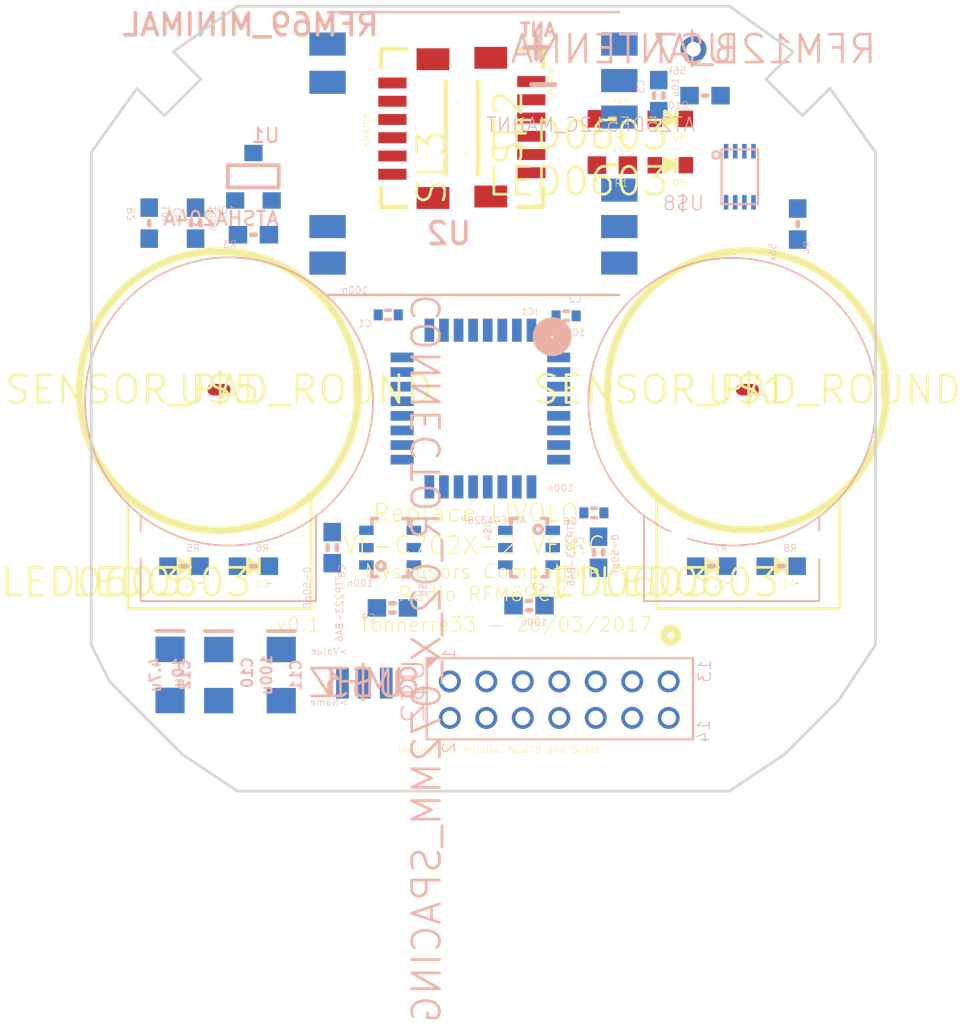
<source format=kicad_pcb>
(kicad_pcb (version 4) (host pcbnew 4.0.6)

  (general
    (links 103)
    (no_connects 103)
    (area 121.935513 83.3744 174.935771 139.426629)
    (thickness 1.6)
    (drawings 34)
    (tracks 0)
    (zones 0)
    (modules 46)
    (nets 51)
  )

  (page A4)
  (layers
    (0 Top signal)
    (31 Bottom signal)
    (32 B.Adhes user)
    (33 F.Adhes user)
    (34 B.Paste user)
    (35 F.Paste user)
    (36 B.SilkS user)
    (37 F.SilkS user)
    (38 B.Mask user)
    (39 F.Mask user)
    (40 Dwgs.User user)
    (41 Cmts.User user)
    (42 Eco1.User user)
    (43 Eco2.User user)
    (44 Edge.Cuts user)
    (45 Margin user)
    (46 B.CrtYd user)
    (47 F.CrtYd user)
    (48 B.Fab user)
    (49 F.Fab user)
  )

  (setup
    (last_trace_width 0.2032)
    (user_trace_width 0.4064)
    (trace_clearance 0.2032)
    (zone_clearance 0.508)
    (zone_45_only no)
    (trace_min 0.2032)
    (segment_width 0.2)
    (edge_width 0.15)
    (via_size 0.6858)
    (via_drill 0.3302)
    (via_min_size 0.6858)
    (via_min_drill 0.3302)
    (uvia_size 0.3)
    (uvia_drill 0.1)
    (uvias_allowed no)
    (uvia_min_size 0.2)
    (uvia_min_drill 0.1)
    (pcb_text_width 0.3)
    (pcb_text_size 1.5 1.5)
    (mod_edge_width 0.15)
    (mod_text_size 1 1)
    (mod_text_width 0.15)
    (pad_size 1.524 1.524)
    (pad_drill 0.762)
    (pad_to_mask_clearance 0.2)
    (aux_axis_origin 127 126.5)
    (grid_origin 127 126.5)
    (visible_elements 7FFFFFFF)
    (pcbplotparams
      (layerselection 0x00030_80000001)
      (usegerberextensions false)
      (excludeedgelayer true)
      (linewidth 0.100000)
      (plotframeref false)
      (viasonmask false)
      (mode 1)
      (useauxorigin false)
      (hpglpennumber 1)
      (hpglpenspeed 20)
      (hpglpendiameter 15)
      (hpglpenoverlay 2)
      (psnegative false)
      (psa4output false)
      (plotreference true)
      (plotvalue true)
      (plotinvisibletext false)
      (padsonsilk false)
      (subtractmaskfromsilk false)
      (outputformat 1)
      (mirror false)
      (drillshape 1)
      (scaleselection 1)
      (outputdirectory ""))
  )

  (net 0 "")
  (net 1 GND)
  (net 2 VCC)
  (net 3 /DTR)
  (net 4 /RST)
  (net 5 /N$4)
  (net 6 /N$3)
  (net 7 /N$9)
  (net 8 /LED1)
  (net 9 /N$5)
  (net 10 /LED2)
  (net 11 /N$7)
  (net 12 /N$6)
  (net 13 /N$10)
  (net 14 /N$1)
  (net 15 /N$11)
  (net 16 /L1_SET)
  (net 17 /L1_RST)
  (net 18 /N$2)
  (net 19 /N$8)
  (net 20 /L2_RST)
  (net 21 /L2_SET)
  (net 22 /FLASH_CS)
  (net 23 /CSN)
  (net 24 /MOSI)
  (net 25 /MISO)
  (net 26 /SCK)
  (net 27 "Net-(IC1-Pad19)")
  (net 28 "Net-(IC1-Pad22)")
  (net 29 /TOUCH_1)
  (net 30 /TOUCH_2)
  (net 31 /A2)
  (net 32 /A3_ATSHA)
  (net 33 /N$12)
  (net 34 "Net-(IC1-Pad28)")
  (net 35 /D0_RX)
  (net 36 /D1_TX)
  (net 37 /IRQ)
  (net 38 "Net-(U$2-Pad1)")
  (net 39 "Net-(U$2-Pad3)")
  (net 40 "Net-(U$2-Pad5)")
  (net 41 "Net-(U$2-Pad6)")
  (net 42 "Net-(U$2-Pad7)")
  (net 43 "Net-(U$2-Pad8)")
  (net 44 "Net-(U$2-Pad13)")
  (net 45 "Net-(U$2-Pad14)")
  (net 46 "Net-(U$4-Pad4)")
  (net 47 "Net-(U$4-Pad6)")
  (net 48 "Net-(U$6-Pad4)")
  (net 49 "Net-(U$6-Pad6)")
  (net 50 /N$14)

  (net_class Default "Ceci est la Netclass par défaut"
    (clearance 0.2032)
    (trace_width 0.2032)
    (via_dia 0.6858)
    (via_drill 0.3302)
    (uvia_dia 0.3)
    (uvia_drill 0.1)
    (add_net /A2)
    (add_net /A3_ATSHA)
    (add_net /CSN)
    (add_net /D0_RX)
    (add_net /D1_TX)
    (add_net /DTR)
    (add_net /FLASH_CS)
    (add_net /IRQ)
    (add_net /L1_RST)
    (add_net /L1_SET)
    (add_net /L2_RST)
    (add_net /L2_SET)
    (add_net /LED1)
    (add_net /LED2)
    (add_net /MISO)
    (add_net /MOSI)
    (add_net /N$1)
    (add_net /N$10)
    (add_net /N$11)
    (add_net /N$12)
    (add_net /N$14)
    (add_net /N$2)
    (add_net /N$4)
    (add_net /N$5)
    (add_net /N$6)
    (add_net /N$7)
    (add_net /N$8)
    (add_net /RST)
    (add_net /SCK)
    (add_net /TOUCH_1)
    (add_net /TOUCH_2)
    (add_net "Net-(IC1-Pad19)")
    (add_net "Net-(IC1-Pad22)")
    (add_net "Net-(IC1-Pad28)")
    (add_net "Net-(U$2-Pad1)")
    (add_net "Net-(U$2-Pad13)")
    (add_net "Net-(U$2-Pad14)")
    (add_net "Net-(U$2-Pad3)")
    (add_net "Net-(U$2-Pad5)")
    (add_net "Net-(U$2-Pad6)")
    (add_net "Net-(U$2-Pad7)")
    (add_net "Net-(U$2-Pad8)")
    (add_net "Net-(U$4-Pad4)")
    (add_net "Net-(U$4-Pad6)")
    (add_net "Net-(U$6-Pad4)")
    (add_net "Net-(U$6-Pad6)")
  )

  (net_class Power ""
    (clearance 0.2032)
    (trace_width 0.4064)
    (via_dia 1.3716)
    (via_drill 0.4064)
    (uvia_dia 0.3)
    (uvia_drill 0.1)
    (add_net /N$3)
    (add_net /N$9)
    (add_net GND)
    (add_net VCC)
  )

  (module "" (layer Top) (tedit 0) (tstamp 0)
    (at 130.0105 113.0176)
    (fp_text reference @HOLE0 (at 0 0) (layer F.SilkS) hide
      (effects (font (thickness 0.15)))
    )
    (fp_text value "" (at 0 0) (layer F.SilkS)
      (effects (font (thickness 0.15)))
    )
    (pad "" np_thru_hole circle (at 0 0) (size 1.5 1.5) (drill 1.5) (layers *.Cu))
  )

  (module "" (layer Top) (tedit 0) (tstamp 0)
    (at 137.9993 113.1078)
    (fp_text reference @HOLE1 (at 0 0) (layer F.SilkS) hide
      (effects (font (thickness 0.15)))
    )
    (fp_text value "" (at 0 0) (layer F.SilkS)
      (effects (font (thickness 0.15)))
    )
    (pad "" np_thru_hole circle (at 0 0) (size 1.5 1.5) (drill 1.5) (layers *.Cu))
  )

  (module "" (layer Top) (tedit 0) (tstamp 0)
    (at 159.0105 113.0176)
    (fp_text reference @HOLE2 (at 0 0) (layer F.SilkS) hide
      (effects (font (thickness 0.15)))
    )
    (fp_text value "" (at 0 0) (layer F.SilkS)
      (effects (font (thickness 0.15)))
    )
    (pad "" np_thru_hole circle (at 0 0) (size 1.5 1.5) (drill 1.5) (layers *.Cu))
  )

  (module "" (layer Top) (tedit 0) (tstamp 0)
    (at 167.0105 113.0176)
    (fp_text reference @HOLE3 (at 0 0) (layer F.SilkS) hide
      (effects (font (thickness 0.15)))
    )
    (fp_text value "" (at 0 0) (layer F.SilkS)
      (effects (font (thickness 0.15)))
    )
    (pad "" np_thru_hole circle (at 0 0) (size 1.5 1.5) (drill 1.5) (layers *.Cu))
  )

  (module 0402-CAP (layer Bottom) (tedit 0) (tstamp 58DEDD2D)
    (at 143.282 100.418)
    (descr "<b>CAPACITOR</b><p>\nSMD")
    (path /58DEDCAA)
    (fp_text reference C1 (at -0.889 0.6985) (layer B.SilkS)
      (effects (font (size 0.38608 0.38608) (thickness 0.032512)) (justify left bottom mirror))
    )
    (fp_text value 100n (at -1.0795 -1.143) (layer B.SilkS)
      (effects (font (size 0.38608 0.38608) (thickness 0.032512)) (justify left bottom mirror))
    )
    (fp_line (start -0.245 0.224) (end 0.245 0.224) (layer Dwgs.User) (width 0.1524))
    (fp_line (start 0.245 -0.224) (end -0.245 -0.224) (layer Dwgs.User) (width 0.1524))
    (fp_line (start -0.127 0.254) (end 0.127 0.254) (layer B.SilkS) (width 0.2032))
    (fp_line (start -0.127 -0.254) (end 0.127 -0.254) (layer B.SilkS) (width 0.2032))
    (fp_poly (pts (xy -0.554 -0.3048) (xy -0.254 -0.3048) (xy -0.254 0.2951) (xy -0.554 0.2951)) (layer Dwgs.User) (width 0))
    (fp_poly (pts (xy 0.2588 -0.3048) (xy 0.5588 -0.3048) (xy 0.5588 0.2951) (xy 0.2588 0.2951)) (layer Dwgs.User) (width 0))
    (fp_poly (pts (xy -0.1999 -0.3) (xy 0.1999 -0.3) (xy 0.1999 0.3) (xy -0.1999 0.3)) (layer B.Adhes) (width 0))
    (pad 1 smd rect (at -0.55 0) (size 0.5 0.6) (layers Bottom B.Paste B.Mask)
      (net 3 /DTR))
    (pad 2 smd rect (at 0.55 0) (size 0.5 0.6) (layers Bottom B.Paste B.Mask)
      (net 4 /RST))
  )

  (module 0402-CAP (layer Bottom) (tedit 0) (tstamp 58DEDD39)
    (at 153.036 100.469 180)
    (descr "<b>CAPACITOR</b><p>\nSMD")
    (path /58DEDD72)
    (fp_text reference C2 (at -0.889 0.6985 180) (layer B.SilkS)
      (effects (font (size 0.38608 0.38608) (thickness 0.032512)) (justify left bottom mirror))
    )
    (fp_text value 100n (at -1.0795 -1.143 180) (layer B.SilkS)
      (effects (font (size 0.38608 0.38608) (thickness 0.032512)) (justify left bottom mirror))
    )
    (fp_line (start -0.245 0.224) (end 0.245 0.224) (layer Dwgs.User) (width 0.1524))
    (fp_line (start 0.245 -0.224) (end -0.245 -0.224) (layer Dwgs.User) (width 0.1524))
    (fp_line (start -0.127 0.254) (end 0.127 0.254) (layer B.SilkS) (width 0.2032))
    (fp_line (start -0.127 -0.254) (end 0.127 -0.254) (layer B.SilkS) (width 0.2032))
    (fp_poly (pts (xy -0.554 -0.3048) (xy -0.254 -0.3048) (xy -0.254 0.2951) (xy -0.554 0.2951)) (layer Dwgs.User) (width 0))
    (fp_poly (pts (xy 0.2588 -0.3048) (xy 0.5588 -0.3048) (xy 0.5588 0.2951) (xy 0.2588 0.2951)) (layer Dwgs.User) (width 0))
    (fp_poly (pts (xy -0.1999 -0.3) (xy 0.1999 -0.3) (xy 0.1999 0.3) (xy -0.1999 0.3)) (layer B.Adhes) (width 0))
    (pad 1 smd rect (at -0.55 0 180) (size 0.5 0.6) (layers Bottom B.Paste B.Mask)
      (net 1 GND))
    (pad 2 smd rect (at 0.55 0 180) (size 0.5 0.6) (layers Bottom B.Paste B.Mask)
      (net 5 /N$4))
  )

  (module 0603-CAP (layer Bottom) (tedit 0) (tstamp 58DEDD45)
    (at 158.116 88.4036 270)
    (path /58DEDE3A)
    (fp_text reference C3 (at -0.889 0.762 270) (layer B.SilkS)
      (effects (font (size 0.38608 0.38608) (thickness 0.032512)) (justify left bottom mirror))
    )
    (fp_text value 10u (at -1.016 -1.143 270) (layer B.SilkS)
      (effects (font (size 0.38608 0.38608) (thickness 0.032512)) (justify left bottom mirror))
    )
    (fp_line (start -0.356 0.432) (end 0.356 0.432) (layer Dwgs.User) (width 0.1016))
    (fp_line (start -0.356 -0.419) (end 0.356 -0.419) (layer Dwgs.User) (width 0.1016))
    (fp_line (start -0.127 -0.254) (end 0.127 -0.254) (layer B.SilkS) (width 0.254))
    (fp_line (start -0.127 0.254) (end 0.127 0.254) (layer B.SilkS) (width 0.254))
    (fp_poly (pts (xy -0.8382 -0.4699) (xy -0.3381 -0.4699) (xy -0.3381 0.4801) (xy -0.8382 0.4801)) (layer Dwgs.User) (width 0))
    (fp_poly (pts (xy 0.3302 -0.4699) (xy 0.8303 -0.4699) (xy 0.8303 0.4801) (xy 0.3302 0.4801)) (layer Dwgs.User) (width 0))
    (fp_poly (pts (xy -0.1999 -0.3) (xy 0.1999 -0.3) (xy 0.1999 0.3) (xy -0.1999 0.3)) (layer B.Adhes) (width 0))
    (pad 1 smd rect (at -0.85 0 270) (size 1.016 0.9652) (layers Bottom B.Paste B.Mask)
      (net 2 VCC))
    (pad 2 smd rect (at 0.85 0 270) (size 1.016 0.9652) (layers Bottom B.Paste B.Mask)
      (net 1 GND))
  )

  (module 0603-LED (layer Top) (tedit 0) (tstamp 58DEDD51)
    (at 158.751 92.2136 180)
    (path /58DEE92A)
    (fp_text reference D5 (at -0.889 -0.762 180) (layer F.SilkS)
      (effects (font (size 0.38608 0.38608) (thickness 0.032512)) (justify right top))
    )
    (fp_text value LED0603 (at 0 0 180) (layer F.SilkS)
      (effects (font (thickness 0.15)) (justify right top))
    )
    (fp_line (start -0.3 -0.4) (end -0.3 0) (layer F.SilkS) (width 0.2))
    (fp_line (start -0.3 0) (end -0.3 0.4) (layer F.SilkS) (width 0.2))
    (fp_line (start -0.3 0) (end 0.3 -0.4) (layer F.SilkS) (width 0.2))
    (fp_line (start -0.3 0) (end 0.3 0.4) (layer F.SilkS) (width 0.2))
    (fp_line (start 0.3 0.4) (end 0.3 -0.4) (layer F.SilkS) (width 0.2))
    (fp_line (start 0.3 -0.4) (end 0 0) (layer F.SilkS) (width 0.2))
    (fp_line (start 0 0) (end 0.2 0.2) (layer F.SilkS) (width 0.2))
    (fp_line (start 0.2 0.2) (end 0.1 -0.1) (layer F.SilkS) (width 0.2))
    (fp_line (start 0.1 -0.1) (end -0.1 0) (layer F.SilkS) (width 0.2))
    (fp_poly (pts (xy -0.1999 0.3) (xy 0.1999 0.3) (xy 0.1999 -0.3) (xy -0.1999 -0.3)) (layer F.Adhes) (width 0))
    (fp_poly (pts (xy -0.8 0.4) (xy 0.8 0.4) (xy 0.8 -0.4) (xy -0.8 -0.4)) (layer Dwgs.User) (width 0))
    (pad MINU smd rect (at -0.85 0 180) (size 0.8 0.9) (layers Top F.Paste F.Mask)
      (net 1 GND))
    (pad PLUS smd rect (at 0.85 0 180) (size 0.8 0.9) (layers Top F.Paste F.Mask)
      (net 14 /N$1))
  )

  (module TQFP32-08 (layer Bottom) (tedit 0) (tstamp 58DEDD61)
    (at 148.337 105.549 180)
    (descr "<B>Thin Plasic Quad Flat Package</B> Grid 0.8 mm")
    (path /58DEF032)
    (fp_text reference IC1 (at -3.175 5.08 180) (layer B.SilkS)
      (effects (font (size 0.38608 0.38608) (thickness 0.032512)) (justify left bottom mirror))
    )
    (fp_text value ATMEGA328P (at -2.54 -6.35 180) (layer B.SilkS)
      (effects (font (size 0.38608 0.38608) (thickness 0.032512)) (justify left bottom mirror))
    )
    (fp_circle (center -3.937 3.937) (end -3.8862 3.937) (layer B.SilkS) (width 1.016))
    (fp_line (start -3.937 3.937) (end 3.937 3.937) (layer Dwgs.User) (width 0.127))
    (fp_line (start 3.937 3.937) (end 3.937 -3.937) (layer Dwgs.User) (width 0.127))
    (fp_line (start 3.937 -3.937) (end -3.937 -3.937) (layer Dwgs.User) (width 0.127))
    (fp_line (start -3.937 -3.937) (end -3.937 3.937) (layer Dwgs.User) (width 0.127))
    (fp_poly (pts (xy -4.5466 2.5714) (xy -3.556 2.5714) (xy -3.556 3.0286) (xy -4.5466 3.0286)) (layer Dwgs.User) (width 0))
    (fp_poly (pts (xy -4.5466 1.7714) (xy -3.556 1.7714) (xy -3.556 2.2286) (xy -4.5466 2.2286)) (layer Dwgs.User) (width 0))
    (fp_poly (pts (xy -4.5466 0.9714) (xy -3.556 0.9714) (xy -3.556 1.4286) (xy -4.5466 1.4286)) (layer Dwgs.User) (width 0))
    (fp_poly (pts (xy -4.5466 0.1714) (xy -3.556 0.1714) (xy -3.556 0.6286) (xy -4.5466 0.6286)) (layer Dwgs.User) (width 0))
    (fp_poly (pts (xy -4.5466 -0.6286) (xy -3.556 -0.6286) (xy -3.556 -0.1714) (xy -4.5466 -0.1714)) (layer Dwgs.User) (width 0))
    (fp_poly (pts (xy -4.5466 -1.4286) (xy -3.556 -1.4286) (xy -3.556 -0.9714) (xy -4.5466 -0.9714)) (layer Dwgs.User) (width 0))
    (fp_poly (pts (xy -4.5466 -2.2286) (xy -3.556 -2.2286) (xy -3.556 -1.7714) (xy -4.5466 -1.7714)) (layer Dwgs.User) (width 0))
    (fp_poly (pts (xy -4.5466 -3.0286) (xy -3.556 -3.0286) (xy -3.556 -2.5714) (xy -4.5466 -2.5714)) (layer Dwgs.User) (width 0))
    (fp_poly (pts (xy -3.0286 -4.5466) (xy -2.5714 -4.5466) (xy -2.5714 -3.556) (xy -3.0286 -3.556)) (layer Dwgs.User) (width 0))
    (fp_poly (pts (xy -2.2286 -4.5466) (xy -1.7714 -4.5466) (xy -1.7714 -3.556) (xy -2.2286 -3.556)) (layer Dwgs.User) (width 0))
    (fp_poly (pts (xy -1.4286 -4.5466) (xy -0.9714 -4.5466) (xy -0.9714 -3.556) (xy -1.4286 -3.556)) (layer Dwgs.User) (width 0))
    (fp_poly (pts (xy -0.6286 -4.5466) (xy -0.1714 -4.5466) (xy -0.1714 -3.556) (xy -0.6286 -3.556)) (layer Dwgs.User) (width 0))
    (fp_poly (pts (xy 0.1714 -4.5466) (xy 0.6286 -4.5466) (xy 0.6286 -3.556) (xy 0.1714 -3.556)) (layer Dwgs.User) (width 0))
    (fp_poly (pts (xy 0.9714 -4.5466) (xy 1.4286 -4.5466) (xy 1.4286 -3.556) (xy 0.9714 -3.556)) (layer Dwgs.User) (width 0))
    (fp_poly (pts (xy 1.7714 -4.5466) (xy 2.2286 -4.5466) (xy 2.2286 -3.556) (xy 1.7714 -3.556)) (layer Dwgs.User) (width 0))
    (fp_poly (pts (xy 2.5714 -4.5466) (xy 3.0286 -4.5466) (xy 3.0286 -3.556) (xy 2.5714 -3.556)) (layer Dwgs.User) (width 0))
    (fp_poly (pts (xy 3.556 -3.0286) (xy 4.5466 -3.0286) (xy 4.5466 -2.5714) (xy 3.556 -2.5714)) (layer Dwgs.User) (width 0))
    (fp_poly (pts (xy 3.556 -2.2286) (xy 4.5466 -2.2286) (xy 4.5466 -1.7714) (xy 3.556 -1.7714)) (layer Dwgs.User) (width 0))
    (fp_poly (pts (xy 3.556 -1.4286) (xy 4.5466 -1.4286) (xy 4.5466 -0.9714) (xy 3.556 -0.9714)) (layer Dwgs.User) (width 0))
    (fp_poly (pts (xy 3.556 -0.6286) (xy 4.5466 -0.6286) (xy 4.5466 -0.1714) (xy 3.556 -0.1714)) (layer Dwgs.User) (width 0))
    (fp_poly (pts (xy 3.556 0.1714) (xy 4.5466 0.1714) (xy 4.5466 0.6286) (xy 3.556 0.6286)) (layer Dwgs.User) (width 0))
    (fp_poly (pts (xy 3.556 0.9714) (xy 4.5466 0.9714) (xy 4.5466 1.4286) (xy 3.556 1.4286)) (layer Dwgs.User) (width 0))
    (fp_poly (pts (xy 3.556 1.7714) (xy 4.5466 1.7714) (xy 4.5466 2.2286) (xy 3.556 2.2286)) (layer Dwgs.User) (width 0))
    (fp_poly (pts (xy 3.556 2.5714) (xy 4.5466 2.5714) (xy 4.5466 3.0286) (xy 3.556 3.0286)) (layer Dwgs.User) (width 0))
    (fp_poly (pts (xy 2.5714 3.556) (xy 3.0286 3.556) (xy 3.0286 4.5466) (xy 2.5714 4.5466)) (layer Dwgs.User) (width 0))
    (fp_poly (pts (xy 1.7714 3.556) (xy 2.2286 3.556) (xy 2.2286 4.5466) (xy 1.7714 4.5466)) (layer Dwgs.User) (width 0))
    (fp_poly (pts (xy 0.9714 3.556) (xy 1.4286 3.556) (xy 1.4286 4.5466) (xy 0.9714 4.5466)) (layer Dwgs.User) (width 0))
    (fp_poly (pts (xy 0.1714 3.556) (xy 0.6286 3.556) (xy 0.6286 4.5466) (xy 0.1714 4.5466)) (layer Dwgs.User) (width 0))
    (fp_poly (pts (xy -0.6286 3.556) (xy -0.1714 3.556) (xy -0.1714 4.5466) (xy -0.6286 4.5466)) (layer Dwgs.User) (width 0))
    (fp_poly (pts (xy -1.4286 3.556) (xy -0.9714 3.556) (xy -0.9714 4.5466) (xy -1.4286 4.5466)) (layer Dwgs.User) (width 0))
    (fp_poly (pts (xy -2.2286 3.556) (xy -1.7714 3.556) (xy -1.7714 4.5466) (xy -2.2286 4.5466)) (layer Dwgs.User) (width 0))
    (fp_poly (pts (xy -3.0286 3.556) (xy -2.5714 3.556) (xy -2.5714 4.5466) (xy -3.0286 4.5466)) (layer Dwgs.User) (width 0))
    (pad 1 smd rect (at -4.2926 2.8 180) (size 1.27 0.5334) (layers Bottom B.Paste B.Mask)
      (net 16 /L1_SET))
    (pad 2 smd rect (at -4.2926 2 180) (size 1.27 0.5334) (layers Bottom B.Paste B.Mask)
      (net 17 /L1_RST))
    (pad 3 smd rect (at -4.2926 1.2 180) (size 1.27 0.5334) (layers Bottom B.Paste B.Mask)
      (net 1 GND))
    (pad 4 smd rect (at -4.2926 0.4 180) (size 1.27 0.5334) (layers Bottom B.Paste B.Mask)
      (net 2 VCC))
    (pad 5 smd rect (at -4.2926 -0.4 180) (size 1.27 0.5334) (layers Bottom B.Paste B.Mask)
      (net 1 GND))
    (pad 6 smd rect (at -4.2926 -1.2 180) (size 1.27 0.5334) (layers Bottom B.Paste B.Mask)
      (net 2 VCC))
    (pad 7 smd rect (at -4.2926 -2 180) (size 1.27 0.5334) (layers Bottom B.Paste B.Mask)
      (net 18 /N$2))
    (pad 8 smd rect (at -4.2926 -2.8 180) (size 1.27 0.5334) (layers Bottom B.Paste B.Mask)
      (net 19 /N$8))
    (pad 9 smd rect (at -2.8 -4.2926 180) (size 0.5334 1.27) (layers Bottom B.Paste B.Mask)
      (net 20 /L2_RST))
    (pad 10 smd rect (at -2 -4.2926 180) (size 0.5334 1.27) (layers Bottom B.Paste B.Mask)
      (net 21 /L2_SET))
    (pad 11 smd rect (at -1.2 -4.2926 180) (size 0.5334 1.27) (layers Bottom B.Paste B.Mask)
      (net 8 /LED1))
    (pad 12 smd rect (at -0.4 -4.2926 180) (size 0.5334 1.27) (layers Bottom B.Paste B.Mask)
      (net 22 /FLASH_CS))
    (pad 13 smd rect (at 0.4 -4.2926 180) (size 0.5334 1.27) (layers Bottom B.Paste B.Mask)
      (net 10 /LED2))
    (pad 14 smd rect (at 1.2 -4.2926 180) (size 0.5334 1.27) (layers Bottom B.Paste B.Mask)
      (net 23 /CSN))
    (pad 15 smd rect (at 2 -4.2926 180) (size 0.5334 1.27) (layers Bottom B.Paste B.Mask)
      (net 24 /MOSI))
    (pad 16 smd rect (at 2.8 -4.2926 180) (size 0.5334 1.27) (layers Bottom B.Paste B.Mask)
      (net 25 /MISO))
    (pad 17 smd rect (at 4.2926 -2.8 180) (size 1.27 0.5334) (layers Bottom B.Paste B.Mask)
      (net 26 /SCK))
    (pad 18 smd rect (at 4.2926 -2 180) (size 1.27 0.5334) (layers Bottom B.Paste B.Mask)
      (net 2 VCC))
    (pad 19 smd rect (at 4.2926 -1.2 180) (size 1.27 0.5334) (layers Bottom B.Paste B.Mask)
      (net 27 "Net-(IC1-Pad19)"))
    (pad 20 smd rect (at 4.2926 -0.4 180) (size 1.27 0.5334) (layers Bottom B.Paste B.Mask)
      (net 5 /N$4))
    (pad 21 smd rect (at 4.2926 0.4 180) (size 1.27 0.5334) (layers Bottom B.Paste B.Mask)
      (net 1 GND))
    (pad 22 smd rect (at 4.2926 1.2 180) (size 1.27 0.5334) (layers Bottom B.Paste B.Mask)
      (net 28 "Net-(IC1-Pad22)"))
    (pad 23 smd rect (at 4.2926 2 180) (size 1.27 0.5334) (layers Bottom B.Paste B.Mask)
      (net 29 /TOUCH_1))
    (pad 24 smd rect (at 4.2926 2.8 180) (size 1.27 0.5334) (layers Bottom B.Paste B.Mask)
      (net 30 /TOUCH_2))
    (pad 25 smd rect (at 2.8 4.2926 180) (size 0.5334 1.27) (layers Bottom B.Paste B.Mask)
      (net 31 /A2))
    (pad 26 smd rect (at 2 4.2926 180) (size 0.5334 1.27) (layers Bottom B.Paste B.Mask)
      (net 32 /A3_ATSHA))
    (pad 27 smd rect (at 1.2 4.2926 180) (size 0.5334 1.27) (layers Bottom B.Paste B.Mask)
      (net 33 /N$12))
    (pad 28 smd rect (at 0.4 4.2926 180) (size 0.5334 1.27) (layers Bottom B.Paste B.Mask)
      (net 34 "Net-(IC1-Pad28)"))
    (pad 29 smd rect (at -0.4 4.2926 180) (size 0.5334 1.27) (layers Bottom B.Paste B.Mask)
      (net 4 /RST))
    (pad 30 smd rect (at -1.2 4.2926 180) (size 0.5334 1.27) (layers Bottom B.Paste B.Mask)
      (net 35 /D0_RX))
    (pad 31 smd rect (at -2 4.2926 180) (size 0.5334 1.27) (layers Bottom B.Paste B.Mask)
      (net 36 /D1_TX))
    (pad 32 smd rect (at -2.8 4.2926 180) (size 0.5334 1.27) (layers Bottom B.Paste B.Mask)
      (net 37 /IRQ))
  )

  (module 0603-RES (layer Top) (tedit 0) (tstamp 58DEDDA9)
    (at 155.576 92.2136 180)
    (path /58DEF0FA)
    (fp_text reference R1 (at -0.889 -0.762 180) (layer F.SilkS)
      (effects (font (size 0.38608 0.38608) (thickness 0.032512)) (justify right top))
    )
    (fp_text value 1k5 (at -1.016 1.143 180) (layer F.SilkS)
      (effects (font (size 0.38608 0.38608) (thickness 0.032512)) (justify right top))
    )
    (fp_line (start -0.356 -0.432) (end 0.356 -0.432) (layer Dwgs.User) (width 0.1016))
    (fp_line (start -0.356 0.419) (end 0.356 0.419) (layer Dwgs.User) (width 0.1016))
    (fp_line (start -0.127 0) (end 0.127 0) (layer F.SilkS) (width 0.254))
    (fp_poly (pts (xy -0.8382 0.4699) (xy -0.3381 0.4699) (xy -0.3381 -0.4801) (xy -0.8382 -0.4801)) (layer Dwgs.User) (width 0))
    (fp_poly (pts (xy 0.3302 0.4699) (xy 0.8303 0.4699) (xy 0.8303 -0.4801) (xy 0.3302 -0.4801)) (layer Dwgs.User) (width 0))
    (fp_poly (pts (xy -0.1999 0.3) (xy 0.1999 0.3) (xy 0.1999 -0.3) (xy -0.1999 -0.3)) (layer F.Adhes) (width 0))
    (pad 1 smd rect (at -0.85 0 180) (size 1.016 0.9652) (layers Top F.Paste F.Mask)
      (net 14 /N$1))
    (pad 2 smd rect (at 0.85 0 180) (size 1.016 0.9652) (layers Top F.Paste F.Mask)
      (net 26 /SCK))
  )

  (module 0603-RES (layer Bottom) (tedit 0) (tstamp 58DEDDB4)
    (at 130.176 95.3886 270)
    (path /58DEF1C2)
    (fp_text reference R2 (at -0.889 0.762 270) (layer B.SilkS)
      (effects (font (size 0.38608 0.38608) (thickness 0.032512)) (justify left bottom mirror))
    )
    (fp_text value 10k (at -1.016 -1.143 270) (layer B.SilkS)
      (effects (font (size 0.38608 0.38608) (thickness 0.032512)) (justify left bottom mirror))
    )
    (fp_line (start -0.356 0.432) (end 0.356 0.432) (layer Dwgs.User) (width 0.1016))
    (fp_line (start -0.356 -0.419) (end 0.356 -0.419) (layer Dwgs.User) (width 0.1016))
    (fp_line (start -0.127 0) (end 0.127 0) (layer B.SilkS) (width 0.254))
    (fp_poly (pts (xy -0.8382 -0.4699) (xy -0.3381 -0.4699) (xy -0.3381 0.4801) (xy -0.8382 0.4801)) (layer Dwgs.User) (width 0))
    (fp_poly (pts (xy 0.3302 -0.4699) (xy 0.8303 -0.4699) (xy 0.8303 0.4801) (xy 0.3302 0.4801)) (layer Dwgs.User) (width 0))
    (fp_poly (pts (xy -0.1999 -0.3) (xy 0.1999 -0.3) (xy 0.1999 0.3) (xy -0.1999 0.3)) (layer B.Adhes) (width 0))
    (pad 1 smd rect (at -0.85 0 270) (size 1.016 0.9652) (layers Bottom B.Paste B.Mask)
      (net 4 /RST))
    (pad 2 smd rect (at 0.85 0 270) (size 1.016 0.9652) (layers Bottom B.Paste B.Mask)
      (net 2 VCC))
  )

  (module 0603-RES (layer Bottom) (tedit 0) (tstamp 58DEDDBF)
    (at 165.736 95.4394 90)
    (path /58DEF352)
    (fp_text reference R4 (at -0.889 0.762 90) (layer B.SilkS)
      (effects (font (size 0.38608 0.38608) (thickness 0.032512)) (justify left bottom mirror))
    )
    (fp_text value 56k (at -1.016 -1.143 90) (layer B.SilkS)
      (effects (font (size 0.38608 0.38608) (thickness 0.032512)) (justify left bottom mirror))
    )
    (fp_line (start -0.356 0.432) (end 0.356 0.432) (layer Dwgs.User) (width 0.1016))
    (fp_line (start -0.356 -0.419) (end 0.356 -0.419) (layer Dwgs.User) (width 0.1016))
    (fp_line (start -0.127 0) (end 0.127 0) (layer B.SilkS) (width 0.254))
    (fp_poly (pts (xy -0.8382 -0.4699) (xy -0.3381 -0.4699) (xy -0.3381 0.4801) (xy -0.8382 0.4801)) (layer Dwgs.User) (width 0))
    (fp_poly (pts (xy 0.3302 -0.4699) (xy 0.8303 -0.4699) (xy 0.8303 0.4801) (xy 0.3302 0.4801)) (layer Dwgs.User) (width 0))
    (fp_poly (pts (xy -0.1999 -0.3) (xy 0.1999 -0.3) (xy 0.1999 0.3) (xy -0.1999 0.3)) (layer B.Adhes) (width 0))
    (pad 1 smd rect (at -0.85 0 90) (size 1.016 0.9652) (layers Bottom B.Paste B.Mask)
      (net 23 /CSN))
    (pad 2 smd rect (at 0.85 0 90) (size 1.016 0.9652) (layers Bottom B.Paste B.Mask)
      (net 2 VCC))
  )

  (module 1X06-1MM (layer Top) (tedit 0) (tstamp 58DEDDCA)
    (at 149.86 90.17 270)
    (descr "Works with part #579 (https://www.sparkfun.com/products/579). Commonly used on GPS modules EM408, EM406 and GP-635T. Also compatible with cable 9123 (https://www.sparkfun.com/products/9123) and cable 574 (https://www.sparkfun.com/products/574).")
    (path /58DEF8CA)
    (fp_text reference SL2 (at 0 0 270) (layer F.SilkS)
      (effects (font (thickness 0.15)))
    )
    (fp_text value ~ (at -1.27 2.54 270) (layer F.SilkS)
      (effects (font (size 0.38608 0.38608) (thickness 0.032512)) (justify left bottom))
    )
    (fp_circle (center -3.6 -1.2) (end -3.4953 -1.2) (layer Dwgs.User) (width 0.4064))
    (fp_line (start -2.54 1.651) (end 2.54 1.651) (layer F.SilkS) (width 0.254))
    (fp_line (start -4.318 -0.508) (end -4.318 -1.905) (layer F.SilkS) (width 0.254))
    (fp_line (start 3.302 -1.905) (end 4.318 -1.905) (layer F.SilkS) (width 0.254))
    (fp_line (start 4.318 -1.905) (end 4.318 -0.508) (layer F.SilkS) (width 0.254))
    (fp_line (start -4.318 -1.905) (end -3.302 -1.905) (layer F.SilkS) (width 0.254))
    (fp_text user >Name (at -1.27 -2.54 270) (layer F.SilkS)
      (effects (font (size 0.38608 0.38608) (thickness 0.032512)) (justify left bottom))
    )
    (pad 1 smd rect (at -2.54 -1.27 270) (size 0.6 1.55) (layers Top F.Paste F.Mask)
      (net 2 VCC))
    (pad 2 smd rect (at -1.54 -1.27 270) (size 0.6 1.55) (layers Top F.Paste F.Mask)
      (net 1 GND))
    (pad 3 smd rect (at -0.54 -1.27 270) (size 0.6 1.55) (layers Top F.Paste F.Mask)
      (net 25 /MISO))
    (pad 4 smd rect (at 0.46 -1.27 270) (size 0.6 1.55) (layers Top F.Paste F.Mask)
      (net 4 /RST))
    (pad 5 smd rect (at 1.46 -1.27 270) (size 0.6 1.55) (layers Top F.Paste F.Mask)
      (net 24 /MOSI))
    (pad 6 smd rect (at 2.46 -1.27 270) (size 0.6 1.55) (layers Top F.Paste F.Mask)
      (net 26 /SCK))
    (pad P$1 smd rect (at -3.84 0.955 270) (size 1.2 1.8) (layers Top F.Paste F.Mask))
    (pad P$2 smd rect (at 3.76 0.955 270) (size 1.2 1.8) (layers Top F.Paste F.Mask))
  )

  (module 1X06-1MM (layer Top) (tedit 0) (tstamp 58DEDDDC)
    (at 144.78 90.17 90)
    (descr "Works with part #579 (https://www.sparkfun.com/products/579). Commonly used on GPS modules EM408, EM406 and GP-635T. Also compatible with cable 9123 (https://www.sparkfun.com/products/9123) and cable 574 (https://www.sparkfun.com/products/574).")
    (path /58DEF992)
    (fp_text reference SL3 (at 0 0 90) (layer F.SilkS)
      (effects (font (thickness 0.15)) (justify right top))
    )
    (fp_text value ~ (at -1.27 2.54 90) (layer F.SilkS)
      (effects (font (size 0.38608 0.38608) (thickness 0.032512)) (justify right top))
    )
    (fp_circle (center -3.6 -1.2) (end -3.4953 -1.2) (layer Dwgs.User) (width 0.4064))
    (fp_line (start -2.54 1.651) (end 2.54 1.651) (layer F.SilkS) (width 0.254))
    (fp_line (start -4.318 -0.508) (end -4.318 -1.905) (layer F.SilkS) (width 0.254))
    (fp_line (start 3.302 -1.905) (end 4.318 -1.905) (layer F.SilkS) (width 0.254))
    (fp_line (start 4.318 -1.905) (end 4.318 -0.508) (layer F.SilkS) (width 0.254))
    (fp_line (start -4.318 -1.905) (end -3.302 -1.905) (layer F.SilkS) (width 0.254))
    (fp_text user >Name (at -1.27 -2.54 90) (layer F.SilkS)
      (effects (font (size 0.38608 0.38608) (thickness 0.032512)) (justify left bottom))
    )
    (pad 1 smd rect (at -2.54 -1.27 90) (size 0.6 1.55) (layers Top F.Paste F.Mask)
      (net 1 GND))
    (pad 2 smd rect (at -1.54 -1.27 90) (size 0.6 1.55) (layers Top F.Paste F.Mask)
      (net 1 GND))
    (pad 3 smd rect (at -0.54 -1.27 90) (size 0.6 1.55) (layers Top F.Paste F.Mask)
      (net 2 VCC))
    (pad 4 smd rect (at 0.46 -1.27 90) (size 0.6 1.55) (layers Top F.Paste F.Mask)
      (net 35 /D0_RX))
    (pad 5 smd rect (at 1.46 -1.27 90) (size 0.6 1.55) (layers Top F.Paste F.Mask)
      (net 36 /D1_TX))
    (pad 6 smd rect (at 2.46 -1.27 90) (size 0.6 1.55) (layers Top F.Paste F.Mask)
      (net 3 /DTR))
    (pad P$1 smd rect (at -3.84 0.955 90) (size 1.2 1.8) (layers Top F.Paste F.Mask))
    (pad P$2 smd rect (at 3.76 0.955 90) (size 1.2 1.8) (layers Top F.Paste F.Mask))
  )

  (module RESONATOR-SMD (layer Bottom) (tedit 0) (tstamp 58DEDDEE)
    (at 141.972 120.591)
    (path /58DF009A)
    (fp_text reference U$3 (at 0 0) (layer B.SilkS)
      (effects (font (thickness 0.15)) (justify mirror))
    )
    (fp_text value 8MHZ (at 0 0) (layer B.SilkS)
      (effects (font (thickness 0.15)) (justify mirror))
    )
    (fp_line (start 1.8 0.65) (end 1.8 -0.65) (layer B.SilkS) (width 0.2032))
    (fp_line (start -1.8 -0.65) (end -1.8 0.65) (layer B.SilkS) (width 0.2032))
    (fp_line (start -1.6 0.65) (end 1.6 0.65) (layer Dwgs.User) (width 0.127))
    (fp_line (start 1.6 0.65) (end 1.6 -0.65) (layer Dwgs.User) (width 0.127))
    (fp_line (start 1.6 -0.65) (end -1.6 -0.65) (layer Dwgs.User) (width 0.127))
    (fp_line (start -1.6 -0.65) (end -1.6 0.65) (layer Dwgs.User) (width 0.127))
    (fp_text user >Name (at -0.889 1.27) (layer B.SilkS)
      (effects (font (size 0.38608 0.38608) (thickness 0.032512)) (justify left bottom mirror))
    )
    (fp_text user >Value (at -0.889 -1.524) (layer B.SilkS)
      (effects (font (size 0.38608 0.38608) (thickness 0.032512)) (justify left bottom mirror))
    )
    (pad 1 smd rect (at -1.2 0) (size 0.7 1.7) (layers Bottom B.Paste B.Mask)
      (net 18 /N$2))
    (pad 2 smd rect (at 0 0) (size 0.7 1.7) (layers Bottom B.Paste B.Mask)
      (net 1 GND))
    (pad 3 smd rect (at 1.2 0) (size 0.7 1.7) (layers Bottom B.Paste B.Mask)
      (net 19 /N$8))
  )

  (module 0402-CAP (layer Bottom) (tedit 0) (tstamp 58DEDDFC)
    (at 154.56 111.264)
    (descr "<b>CAPACITOR</b><p>\nSMD")
    (path /58DEE092)
    (fp_text reference C6 (at -0.889 0.6985) (layer B.SilkS)
      (effects (font (size 0.38608 0.38608) (thickness 0.032512)) (justify left bottom mirror))
    )
    (fp_text value 100n (at -1.0795 -1.143) (layer B.SilkS)
      (effects (font (size 0.38608 0.38608) (thickness 0.032512)) (justify left bottom mirror))
    )
    (fp_line (start -0.245 0.224) (end 0.245 0.224) (layer Dwgs.User) (width 0.1524))
    (fp_line (start 0.245 -0.224) (end -0.245 -0.224) (layer Dwgs.User) (width 0.1524))
    (fp_line (start -0.127 0.254) (end 0.127 0.254) (layer B.SilkS) (width 0.2032))
    (fp_line (start -0.127 -0.254) (end 0.127 -0.254) (layer B.SilkS) (width 0.2032))
    (fp_poly (pts (xy -0.554 -0.3048) (xy -0.254 -0.3048) (xy -0.254 0.2951) (xy -0.554 0.2951)) (layer Dwgs.User) (width 0))
    (fp_poly (pts (xy 0.2588 -0.3048) (xy 0.5588 -0.3048) (xy 0.5588 0.2951) (xy 0.2588 0.2951)) (layer Dwgs.User) (width 0))
    (fp_poly (pts (xy -0.1999 -0.3) (xy 0.1999 -0.3) (xy 0.1999 0.3) (xy -0.1999 0.3)) (layer B.Adhes) (width 0))
    (pad 1 smd rect (at -0.55 0) (size 0.5 0.6) (layers Bottom B.Paste B.Mask)
      (net 1 GND))
    (pad 2 smd rect (at 0.55 0) (size 0.5 0.6) (layers Bottom B.Paste B.Mask)
      (net 2 VCC))
  )

  (module SOT23-3 (layer Bottom) (tedit 0) (tstamp 58DEDE08)
    (at 135.891 92.8486 180)
    (path /58DF054A)
    (fp_text reference U1 (at -1.513 1.803 180) (layer B.SilkS)
      (effects (font (size 0.77216 0.77216) (thickness 0.12192)) (justify left bottom mirror))
    )
    (fp_text value ATSHA204A (at -1.4655 -2.739 180) (layer B.SilkS)
      (effects (font (size 0.77216 0.77216) (thickness 0.12192)) (justify left bottom mirror))
    )
    (fp_line (start 1.4 -0.5875) (end -1.3875 -0.5875) (layer B.SilkS) (width 0.2032))
    (fp_line (start -1.3875 -0.5875) (end -1.3875 0.6375) (layer B.SilkS) (width 0.2032))
    (fp_line (start -1.3875 0.6375) (end 1.4 0.6375) (layer B.SilkS) (width 0.2032))
    (fp_line (start 1.4 0.6375) (end 1.4 -0.5875) (layer B.SilkS) (width 0.2032))
    (pad 1 smd rect (at -1 -1.3 180) (size 1 0.9) (layers Bottom B.Paste B.Mask)
      (net 32 /A3_ATSHA))
    (pad 2 smd rect (at 1 -1.3 180) (size 1 0.9) (layers Bottom B.Paste B.Mask)
      (net 2 VCC))
    (pad 3 smd rect (at 0 1.3 180) (size 1 0.9) (layers Bottom B.Paste B.Mask)
      (net 1 GND))
  )

  (module 0603-RES (layer Bottom) (tedit 0) (tstamp 58DEDE12)
    (at 135.891 96.0236)
    (path /58DEF28A)
    (fp_text reference R3 (at -0.889 0.762) (layer B.SilkS)
      (effects (font (size 0.38608 0.38608) (thickness 0.032512)) (justify left bottom mirror))
    )
    (fp_text value 10k (at -1.016 -1.143) (layer B.SilkS)
      (effects (font (size 0.38608 0.38608) (thickness 0.032512)) (justify left bottom mirror))
    )
    (fp_line (start -0.356 0.432) (end 0.356 0.432) (layer Dwgs.User) (width 0.1016))
    (fp_line (start -0.356 -0.419) (end 0.356 -0.419) (layer Dwgs.User) (width 0.1016))
    (fp_line (start -0.127 0) (end 0.127 0) (layer B.SilkS) (width 0.254))
    (fp_poly (pts (xy -0.8382 -0.4699) (xy -0.3381 -0.4699) (xy -0.3381 0.4801) (xy -0.8382 0.4801)) (layer Dwgs.User) (width 0))
    (fp_poly (pts (xy 0.3302 -0.4699) (xy 0.8303 -0.4699) (xy 0.8303 0.4801) (xy 0.3302 0.4801)) (layer Dwgs.User) (width 0))
    (fp_poly (pts (xy -0.1999 -0.3) (xy 0.1999 -0.3) (xy 0.1999 0.3) (xy -0.1999 0.3)) (layer B.Adhes) (width 0))
    (pad 1 smd rect (at -0.85 0) (size 1.016 0.9652) (layers Bottom B.Paste B.Mask)
      (net 2 VCC))
    (pad 2 smd rect (at 0.85 0) (size 1.016 0.9652) (layers Bottom B.Paste B.Mask)
      (net 32 /A3_ATSHA))
  )

  (module 0603-CAP (layer Bottom) (tedit 0) (tstamp 58DEDE1D)
    (at 132.716 95.3886 270)
    (path /58DEDFCA)
    (fp_text reference C5 (at -0.889 0.762 270) (layer B.SilkS)
      (effects (font (size 0.38608 0.38608) (thickness 0.032512)) (justify left bottom mirror))
    )
    (fp_text value 100n (at -1.016 -1.143 270) (layer B.SilkS)
      (effects (font (size 0.38608 0.38608) (thickness 0.032512)) (justify left bottom mirror))
    )
    (fp_line (start -0.356 0.432) (end 0.356 0.432) (layer Dwgs.User) (width 0.1016))
    (fp_line (start -0.356 -0.419) (end 0.356 -0.419) (layer Dwgs.User) (width 0.1016))
    (fp_line (start -0.127 -0.254) (end 0.127 -0.254) (layer B.SilkS) (width 0.254))
    (fp_line (start -0.127 0.254) (end 0.127 0.254) (layer B.SilkS) (width 0.254))
    (fp_poly (pts (xy -0.8382 -0.4699) (xy -0.3381 -0.4699) (xy -0.3381 0.4801) (xy -0.8382 0.4801)) (layer Dwgs.User) (width 0))
    (fp_poly (pts (xy 0.3302 -0.4699) (xy 0.8303 -0.4699) (xy 0.8303 0.4801) (xy 0.3302 0.4801)) (layer Dwgs.User) (width 0))
    (fp_poly (pts (xy -0.1999 -0.3) (xy 0.1999 -0.3) (xy 0.1999 0.3) (xy -0.1999 0.3)) (layer B.Adhes) (width 0))
    (pad 1 smd rect (at -0.85 0 270) (size 1.016 0.9652) (layers Bottom B.Paste B.Mask)
      (net 1 GND))
    (pad 2 smd rect (at 0.85 0 270) (size 1.016 0.9652) (layers Bottom B.Paste B.Mask)
      (net 2 VCC))
  )

  (module CONNECTOR_02_X_07_2MM (layer Bottom) (tedit 0) (tstamp 58DEDE29)
    (at 145.391 119.23 270)
    (path /58DEFFD2)
    (fp_text reference U$2 (at 1.81 0.73 270) (layer B.SilkS)
      (effects (font (size 1.2065 1.2065) (thickness 0.1016)) (justify mirror))
    )
    (fp_text value CONNECTOR_02_X_072MM_SPACING (at 0 0 270) (layer B.SilkS)
      (effects (font (thickness 0.15)) (justify mirror))
    )
    (fp_line (start 0 0) (end 4.445 0) (layer B.SilkS) (width 0.127))
    (fp_line (start 4.445 0) (end 4.445 -14.605) (layer B.SilkS) (width 0.127))
    (fp_line (start 4.445 -14.605) (end 0 -14.605) (layer B.SilkS) (width 0.127))
    (fp_line (start 0 -14.605) (end 0 0) (layer B.SilkS) (width 0.127))
    (fp_text user 1 (at -0.565 -1.605 270) (layer B.SilkS)
      (effects (font (size 0.665 0.665) (thickness 0.056)) (justify left bottom mirror))
    )
    (fp_text user 2 (at 4.55 -1.605 270) (layer B.SilkS)
      (effects (font (size 0.665 0.665) (thickness 0.056)) (justify left bottom mirror))
    )
    (fp_text user 14 (at 3.34 -15.575 270) (layer B.SilkS)
      (effects (font (size 0.665 0.665) (thickness 0.056)) (justify left bottom mirror))
    )
    (fp_text user 13 (at 0.04 -15.64 270) (layer B.SilkS)
      (effects (font (size 0.665 0.665) (thickness 0.056)) (justify left bottom mirror))
    )
    (fp_poly (pts (xy 0 -0.635) (xy 0.635 0) (xy 0 0)) (layer B.SilkS) (width 0))
    (pad 1 thru_hole circle (at 1.27 -1.27 270) (size 1.2 1.2) (drill 0.8) (layers *.Cu *.Mask)
      (net 38 "Net-(U$2-Pad1)"))
    (pad 2 thru_hole circle (at 3.27 -1.27 270) (size 1.2 1.2) (drill 0.8) (layers *.Cu *.Mask)
      (net 2 VCC))
    (pad 3 thru_hole circle (at 1.27 -3.27 270) (size 1.2 1.2) (drill 0.8) (layers *.Cu *.Mask)
      (net 39 "Net-(U$2-Pad3)"))
    (pad 4 thru_hole circle (at 3.27 -3.27 270) (size 1.2 1.2) (drill 0.8) (layers *.Cu *.Mask)
      (net 1 GND))
    (pad 5 thru_hole circle (at 1.27 -5.27 270) (size 1.2 1.2) (drill 0.8) (layers *.Cu *.Mask)
      (net 40 "Net-(U$2-Pad5)"))
    (pad 6 thru_hole circle (at 3.27 -5.27 270) (size 1.2 1.2) (drill 0.8) (layers *.Cu *.Mask)
      (net 41 "Net-(U$2-Pad6)"))
    (pad 7 thru_hole circle (at 1.27 -7.27 270) (size 1.2 1.2) (drill 0.8) (layers *.Cu *.Mask)
      (net 42 "Net-(U$2-Pad7)"))
    (pad 8 thru_hole circle (at 3.27 -7.27 270) (size 1.2 1.2) (drill 0.8) (layers *.Cu *.Mask)
      (net 43 "Net-(U$2-Pad8)"))
    (pad 9 thru_hole circle (at 1.27 -9.27 270) (size 1.2 1.2) (drill 0.8) (layers *.Cu *.Mask)
      (net 20 /L2_RST))
    (pad 10 thru_hole circle (at 3.27 -9.27 270) (size 1.2 1.2) (drill 0.8) (layers *.Cu *.Mask)
      (net 16 /L1_SET))
    (pad 11 thru_hole circle (at 1.27 -11.27 270) (size 1.2 1.2) (drill 0.8) (layers *.Cu *.Mask)
      (net 21 /L2_SET))
    (pad 12 thru_hole circle (at 3.27 -11.27 270) (size 1.2 1.2) (drill 0.8) (layers *.Cu *.Mask)
      (net 17 /L1_RST))
    (pad 13 thru_hole circle (at 1.27 -13.27 270) (size 1.2 1.2) (drill 0.8) (layers *.Cu *.Mask)
      (net 44 "Net-(U$2-Pad13)"))
    (pad 14 thru_hole circle (at 3.27 -13.27 270) (size 1.2 1.2) (drill 0.8) (layers *.Cu *.Mask)
      (net 45 "Net-(U$2-Pad14)"))
  )

  (module SENSING_PAD_ROUND (layer Top) (tedit 0) (tstamp 58DEDE43)
    (at 162.976 104.514)
    (path /58DEFF0A)
    (fp_text reference U$1 (at 0 0) (layer F.SilkS)
      (effects (font (thickness 0.15)))
    )
    (fp_text value SENSOR_PAD_ROUND (at 0 0) (layer F.SilkS)
      (effects (font (thickness 0.15)))
    )
    (pad SENS smd oval (at 0 0) (size 1.27 0.635) (layers Top F.Paste F.Mask)
      (net 6 /N$3))
  )

  (module SOT-23-6 (layer Bottom) (tedit 0) (tstamp 58DEDE47)
    (at 152.274 111.264 270)
    (path /58DF0162)
    (fp_text reference U$4 (at 0.381 3.302 270) (layer B.SilkS)
      (effects (font (size 0.38608 0.38608) (thickness 0.032512)) (justify left bottom mirror))
    )
    (fp_text value TTP223-BA6 (at 0.381 -1.27 270) (layer B.SilkS)
      (effects (font (size 0.38608 0.38608) (thickness 0.032512)) (justify left bottom mirror))
    )
    (fp_circle (center 0.905 0.77) (end 1.1286 0.77) (layer B.SilkS) (width 0.2032))
    (fp_line (start 3.455 2.22) (end 0.355 2.22) (layer Dwgs.User) (width 0.127))
    (fp_line (start 0.355 2.22) (end 0.355 0.32) (layer Dwgs.User) (width 0.127))
    (fp_line (start 0.355 0.32) (end 3.455 0.32) (layer Dwgs.User) (width 0.127))
    (fp_line (start 3.455 0.32) (end 3.455 2.22) (layer Dwgs.User) (width 0.127))
    (fp_line (start 0.605 2.27) (end 0.305 2.27) (layer B.SilkS) (width 0.2032))
    (fp_line (start 0.305 2.27) (end 0.305 1.97) (layer B.SilkS) (width 0.2032))
    (fp_line (start 3.205 2.27) (end 3.505 2.27) (layer B.SilkS) (width 0.2032))
    (fp_line (start 3.505 2.27) (end 3.505 1.97) (layer B.SilkS) (width 0.2032))
    (fp_line (start 3.505 0.57) (end 3.505 0.27) (layer B.SilkS) (width 0.2032))
    (fp_line (start 3.505 0.27) (end 3.205 0.27) (layer B.SilkS) (width 0.2032))
    (fp_line (start 0.305 0.57) (end 0.305 0.27) (layer B.SilkS) (width 0.2032))
    (fp_line (start 0.305 0.27) (end 0.605 0.27) (layer B.SilkS) (width 0.2032))
    (pad 1 smd rect (at 0.955 -0.03 180) (size 0.8 0.51) (layers Bottom B.Paste B.Mask)
      (net 29 /TOUCH_1))
    (pad 2 smd rect (at 1.905 -0.03 180) (size 0.8 0.51) (layers Bottom B.Paste B.Mask)
      (net 1 GND))
    (pad 3 smd rect (at 2.855 -0.03 180) (size 0.8 0.51) (layers Bottom B.Paste B.Mask)
      (net 6 /N$3))
    (pad 4 smd rect (at 2.855 2.57 180) (size 0.8 0.51) (layers Bottom B.Paste B.Mask)
      (net 46 "Net-(U$4-Pad4)"))
    (pad 5 smd rect (at 1.905 2.57 180) (size 0.8 0.51) (layers Bottom B.Paste B.Mask)
      (net 2 VCC))
    (pad 6 smd rect (at 0.955 2.57 180) (size 0.8 0.51) (layers Bottom B.Paste B.Mask)
      (net 47 "Net-(U$4-Pad6)"))
  )

  (module 0603-CAP (layer Bottom) (tedit 0) (tstamp 58DEDE5D)
    (at 154.814 113.423 270)
    (path /58DEDF02)
    (fp_text reference C4 (at -0.889 0.762 270) (layer B.SilkS)
      (effects (font (size 0.38608 0.38608) (thickness 0.032512)) (justify left bottom mirror))
    )
    (fp_text value 0-50pF (at -1.016 -1.143 270) (layer B.SilkS)
      (effects (font (size 0.38608 0.38608) (thickness 0.032512)) (justify left bottom mirror))
    )
    (fp_line (start -0.356 0.432) (end 0.356 0.432) (layer Dwgs.User) (width 0.1016))
    (fp_line (start -0.356 -0.419) (end 0.356 -0.419) (layer Dwgs.User) (width 0.1016))
    (fp_line (start -0.127 -0.254) (end 0.127 -0.254) (layer B.SilkS) (width 0.254))
    (fp_line (start -0.127 0.254) (end 0.127 0.254) (layer B.SilkS) (width 0.254))
    (fp_poly (pts (xy -0.8382 -0.4699) (xy -0.3381 -0.4699) (xy -0.3381 0.4801) (xy -0.8382 0.4801)) (layer Dwgs.User) (width 0))
    (fp_poly (pts (xy 0.3302 -0.4699) (xy 0.8303 -0.4699) (xy 0.8303 0.4801) (xy 0.3302 0.4801)) (layer Dwgs.User) (width 0))
    (fp_poly (pts (xy -0.1999 -0.3) (xy 0.1999 -0.3) (xy 0.1999 0.3) (xy -0.1999 0.3)) (layer B.Adhes) (width 0))
    (pad 1 smd rect (at -0.85 0 270) (size 1.016 0.9652) (layers Bottom B.Paste B.Mask)
      (net 1 GND))
    (pad 2 smd rect (at 0.85 0 270) (size 1.016 0.9652) (layers Bottom B.Paste B.Mask)
      (net 6 /N$3))
  )

  (module 0603-CAP (layer Bottom) (tedit 0) (tstamp 58DEDE69)
    (at 151.004 116.344 180)
    (path /58DEE15A)
    (fp_text reference C7 (at -0.889 0.762 180) (layer B.SilkS)
      (effects (font (size 0.38608 0.38608) (thickness 0.032512)) (justify left bottom mirror))
    )
    (fp_text value 100n (at -1.016 -1.143 180) (layer B.SilkS)
      (effects (font (size 0.38608 0.38608) (thickness 0.032512)) (justify left bottom mirror))
    )
    (fp_line (start -0.356 0.432) (end 0.356 0.432) (layer Dwgs.User) (width 0.1016))
    (fp_line (start -0.356 -0.419) (end 0.356 -0.419) (layer Dwgs.User) (width 0.1016))
    (fp_line (start -0.127 -0.254) (end 0.127 -0.254) (layer B.SilkS) (width 0.254))
    (fp_line (start -0.127 0.254) (end 0.127 0.254) (layer B.SilkS) (width 0.254))
    (fp_poly (pts (xy -0.8382 -0.4699) (xy -0.3381 -0.4699) (xy -0.3381 0.4801) (xy -0.8382 0.4801)) (layer Dwgs.User) (width 0))
    (fp_poly (pts (xy 0.3302 -0.4699) (xy 0.8303 -0.4699) (xy 0.8303 0.4801) (xy 0.3302 0.4801)) (layer Dwgs.User) (width 0))
    (fp_poly (pts (xy -0.1999 -0.3) (xy 0.1999 -0.3) (xy 0.1999 0.3) (xy -0.1999 0.3)) (layer B.Adhes) (width 0))
    (pad 1 smd rect (at -0.85 0 180) (size 1.016 0.9652) (layers Bottom B.Paste B.Mask)
      (net 1 GND))
    (pad 2 smd rect (at 0.85 0 180) (size 1.016 0.9652) (layers Bottom B.Paste B.Mask)
      (net 2 VCC))
  )

  (module SENSING_PAD_ROUND (layer Top) (tedit 0) (tstamp 58DEDE75)
    (at 133.998 104.514)
    (path /58DF022A)
    (fp_text reference U$5 (at 0 0) (layer F.SilkS)
      (effects (font (thickness 0.15)))
    )
    (fp_text value SENSOR_PAD_ROUND (at 0 0) (layer F.SilkS)
      (effects (font (thickness 0.15)))
    )
    (pad SENS smd oval (at 0 0) (size 1.27 0.635) (layers Top F.Paste F.Mask)
      (net 7 /N$9))
  )

  (module SOT-23-6 (layer Bottom) (tedit 0) (tstamp 58DEDE79)
    (at 142.114 115.074 90)
    (path /58DF02F2)
    (fp_text reference U$6 (at 0.381 3.302 90) (layer B.SilkS)
      (effects (font (size 0.38608 0.38608) (thickness 0.032512)) (justify left bottom mirror))
    )
    (fp_text value TTP223-BA6 (at 0.381 -1.27 90) (layer B.SilkS)
      (effects (font (size 0.38608 0.38608) (thickness 0.032512)) (justify left bottom mirror))
    )
    (fp_circle (center 0.905 0.77) (end 1.1286 0.77) (layer B.SilkS) (width 0.2032))
    (fp_line (start 3.455 2.22) (end 0.355 2.22) (layer Dwgs.User) (width 0.127))
    (fp_line (start 0.355 2.22) (end 0.355 0.32) (layer Dwgs.User) (width 0.127))
    (fp_line (start 0.355 0.32) (end 3.455 0.32) (layer Dwgs.User) (width 0.127))
    (fp_line (start 3.455 0.32) (end 3.455 2.22) (layer Dwgs.User) (width 0.127))
    (fp_line (start 0.605 2.27) (end 0.305 2.27) (layer B.SilkS) (width 0.2032))
    (fp_line (start 0.305 2.27) (end 0.305 1.97) (layer B.SilkS) (width 0.2032))
    (fp_line (start 3.205 2.27) (end 3.505 2.27) (layer B.SilkS) (width 0.2032))
    (fp_line (start 3.505 2.27) (end 3.505 1.97) (layer B.SilkS) (width 0.2032))
    (fp_line (start 3.505 0.57) (end 3.505 0.27) (layer B.SilkS) (width 0.2032))
    (fp_line (start 3.505 0.27) (end 3.205 0.27) (layer B.SilkS) (width 0.2032))
    (fp_line (start 0.305 0.57) (end 0.305 0.27) (layer B.SilkS) (width 0.2032))
    (fp_line (start 0.305 0.27) (end 0.605 0.27) (layer B.SilkS) (width 0.2032))
    (pad 1 smd rect (at 0.955 -0.03) (size 0.8 0.51) (layers Bottom B.Paste B.Mask)
      (net 30 /TOUCH_2))
    (pad 2 smd rect (at 1.905 -0.03) (size 0.8 0.51) (layers Bottom B.Paste B.Mask)
      (net 1 GND))
    (pad 3 smd rect (at 2.855 -0.03) (size 0.8 0.51) (layers Bottom B.Paste B.Mask)
      (net 7 /N$9))
    (pad 4 smd rect (at 2.855 2.57) (size 0.8 0.51) (layers Bottom B.Paste B.Mask)
      (net 48 "Net-(U$6-Pad4)"))
    (pad 5 smd rect (at 1.905 2.57) (size 0.8 0.51) (layers Bottom B.Paste B.Mask)
      (net 2 VCC))
    (pad 6 smd rect (at 0.955 2.57) (size 0.8 0.51) (layers Bottom B.Paste B.Mask)
      (net 49 "Net-(U$6-Pad6)"))
  )

  (module 0603-CAP (layer Bottom) (tedit 0) (tstamp 58DEDE8F)
    (at 140.209 113.169 90)
    (path /58DEE222)
    (fp_text reference C8 (at -0.889 0.762 90) (layer B.SilkS)
      (effects (font (size 0.38608 0.38608) (thickness 0.032512)) (justify left bottom mirror))
    )
    (fp_text value 0-50pF (at -1.016 -1.143 90) (layer B.SilkS)
      (effects (font (size 0.38608 0.38608) (thickness 0.032512)) (justify left bottom mirror))
    )
    (fp_line (start -0.356 0.432) (end 0.356 0.432) (layer Dwgs.User) (width 0.1016))
    (fp_line (start -0.356 -0.419) (end 0.356 -0.419) (layer Dwgs.User) (width 0.1016))
    (fp_line (start -0.127 -0.254) (end 0.127 -0.254) (layer B.SilkS) (width 0.254))
    (fp_line (start -0.127 0.254) (end 0.127 0.254) (layer B.SilkS) (width 0.254))
    (fp_poly (pts (xy -0.8382 -0.4699) (xy -0.3381 -0.4699) (xy -0.3381 0.4801) (xy -0.8382 0.4801)) (layer Dwgs.User) (width 0))
    (fp_poly (pts (xy 0.3302 -0.4699) (xy 0.8303 -0.4699) (xy 0.8303 0.4801) (xy 0.3302 0.4801)) (layer Dwgs.User) (width 0))
    (fp_poly (pts (xy -0.1999 -0.3) (xy 0.1999 -0.3) (xy 0.1999 0.3) (xy -0.1999 0.3)) (layer B.Adhes) (width 0))
    (pad 1 smd rect (at -0.85 0 90) (size 1.016 0.9652) (layers Bottom B.Paste B.Mask)
      (net 1 GND))
    (pad 2 smd rect (at 0.85 0 90) (size 1.016 0.9652) (layers Bottom B.Paste B.Mask)
      (net 7 /N$9))
  )

  (module 0603-CAP (layer Bottom) (tedit 0) (tstamp 58DEDE9B)
    (at 143.511 116.471)
    (path /58DEE2EA)
    (fp_text reference C9 (at -0.889 0.762) (layer B.SilkS)
      (effects (font (size 0.38608 0.38608) (thickness 0.032512)) (justify left bottom mirror))
    )
    (fp_text value 100n (at -1.016 -1.143) (layer B.SilkS)
      (effects (font (size 0.38608 0.38608) (thickness 0.032512)) (justify left bottom mirror))
    )
    (fp_line (start -0.356 0.432) (end 0.356 0.432) (layer Dwgs.User) (width 0.1016))
    (fp_line (start -0.356 -0.419) (end 0.356 -0.419) (layer Dwgs.User) (width 0.1016))
    (fp_line (start -0.127 -0.254) (end 0.127 -0.254) (layer B.SilkS) (width 0.254))
    (fp_line (start -0.127 0.254) (end 0.127 0.254) (layer B.SilkS) (width 0.254))
    (fp_poly (pts (xy -0.8382 -0.4699) (xy -0.3381 -0.4699) (xy -0.3381 0.4801) (xy -0.8382 0.4801)) (layer Dwgs.User) (width 0))
    (fp_poly (pts (xy 0.3302 -0.4699) (xy 0.8303 -0.4699) (xy 0.8303 0.4801) (xy 0.3302 0.4801)) (layer Dwgs.User) (width 0))
    (fp_poly (pts (xy -0.1999 -0.3) (xy 0.1999 -0.3) (xy 0.1999 0.3) (xy -0.1999 0.3)) (layer B.Adhes) (width 0))
    (pad 1 smd rect (at -0.85 0) (size 1.016 0.9652) (layers Bottom B.Paste B.Mask)
      (net 1 GND))
    (pad 2 smd rect (at 0.85 0) (size 1.016 0.9652) (layers Bottom B.Paste B.Mask)
      (net 2 VCC))
  )

  (module EIA3216 (layer Bottom) (tedit 58DF86D4) (tstamp 58DEDEA7)
    (at 133.986 120.154 90)
    (descr "Generic EIA 3216 (1206) polarized tantalum capacitor")
    (path /58DEE3B2)
    (fp_text reference C10 (at 0.1386 1.9039 90) (layer B.SilkS)
      (effects (font (size 0.57912 0.57912) (thickness 0.12192)) (justify bottom mirror))
    )
    (fp_text value 10u (at 0.1386 -2.5411 90) (layer B.SilkS)
      (effects (font (size 0.57912 0.57912) (thickness 0.12192)) (justify top mirror))
    )
    (fp_line (start -1 -1.2) (end -2.5 -1.2) (layer Dwgs.User) (width 0.2032))
    (fp_line (start -2.5 -1.2) (end -2.5 1.2) (layer Dwgs.User) (width 0.2032))
    (fp_line (start -2.5 1.2) (end -1 1.2) (layer Dwgs.User) (width 0.2032))
    (fp_line (start 1 -1.2) (end 2.1 -1.2) (layer Dwgs.User) (width 0.2032))
    (fp_line (start 2.1 -1.2) (end 2.5 -0.8) (layer Dwgs.User) (width 0.2032))
    (fp_line (start 2.5 -0.8) (end 2.5 0.8) (layer Dwgs.User) (width 0.2032))
    (fp_line (start 2.5 0.8) (end 2.1 1.2) (layer Dwgs.User) (width 0.2032))
    (fp_line (start 2.1 1.2) (end 1 1.2) (layer Dwgs.User) (width 0.2032))
    (fp_line (start 2.413 0.762) (end 2.413 -0.762) (layer B.SilkS) (width 0.2032))
    (pad - smd rect (at -1.4 0) (size 1.6 1.4) (layers Bottom B.Paste B.Mask)
      (net 1 GND))
    (pad + smd rect (at 1.4 0) (size 1.6 1.4) (layers Bottom B.Paste B.Mask)
      (net 2 VCC))
  )

  (module EIA3216 (layer Bottom) (tedit 0) (tstamp 58DEDEB5)
    (at 137.415 120.154 90)
    (descr "Generic EIA 3216 (1206) polarized tantalum capacitor")
    (path /58DEE47A)
    (fp_text reference C11 (at 0 1.143 90) (layer B.SilkS)
      (effects (font (size 0.57912 0.57912) (thickness 0.12192)) (justify bottom mirror))
    )
    (fp_text value 100u (at 0 -1.143 90) (layer B.SilkS)
      (effects (font (size 0.57912 0.57912) (thickness 0.12192)) (justify top mirror))
    )
    (fp_line (start -1 -1.2) (end -2.5 -1.2) (layer Dwgs.User) (width 0.2032))
    (fp_line (start -2.5 -1.2) (end -2.5 1.2) (layer Dwgs.User) (width 0.2032))
    (fp_line (start -2.5 1.2) (end -1 1.2) (layer Dwgs.User) (width 0.2032))
    (fp_line (start 1 -1.2) (end 2.1 -1.2) (layer Dwgs.User) (width 0.2032))
    (fp_line (start 2.1 -1.2) (end 2.5 -0.8) (layer Dwgs.User) (width 0.2032))
    (fp_line (start 2.5 -0.8) (end 2.5 0.8) (layer Dwgs.User) (width 0.2032))
    (fp_line (start 2.5 0.8) (end 2.1 1.2) (layer Dwgs.User) (width 0.2032))
    (fp_line (start 2.1 1.2) (end 1 1.2) (layer Dwgs.User) (width 0.2032))
    (fp_line (start 2.413 0.762) (end 2.413 -0.762) (layer B.SilkS) (width 0.2032))
    (pad - smd rect (at -1.4 0) (size 1.6 1.4) (layers Bottom B.Paste B.Mask)
      (net 1 GND))
    (pad + smd rect (at 1.4 0) (size 1.6 1.4) (layers Bottom B.Paste B.Mask)
      (net 2 VCC))
  )

  (module EIA3216 (layer Bottom) (tedit 0) (tstamp 58DEDEC3)
    (at 131.318 120.142 90)
    (descr "Generic EIA 3216 (1206) polarized tantalum capacitor")
    (path /58DEE542)
    (fp_text reference C12 (at 0 1.143 90) (layer B.SilkS)
      (effects (font (size 0.57912 0.57912) (thickness 0.12192)) (justify bottom mirror))
    )
    (fp_text value 4.7u (at 0 -1.143 90) (layer B.SilkS)
      (effects (font (size 0.57912 0.57912) (thickness 0.12192)) (justify top mirror))
    )
    (fp_line (start -1 -1.2) (end -2.5 -1.2) (layer Dwgs.User) (width 0.2032))
    (fp_line (start -2.5 -1.2) (end -2.5 1.2) (layer Dwgs.User) (width 0.2032))
    (fp_line (start -2.5 1.2) (end -1 1.2) (layer Dwgs.User) (width 0.2032))
    (fp_line (start 1 -1.2) (end 2.1 -1.2) (layer Dwgs.User) (width 0.2032))
    (fp_line (start 2.1 -1.2) (end 2.5 -0.8) (layer Dwgs.User) (width 0.2032))
    (fp_line (start 2.5 -0.8) (end 2.5 0.8) (layer Dwgs.User) (width 0.2032))
    (fp_line (start 2.5 0.8) (end 2.1 1.2) (layer Dwgs.User) (width 0.2032))
    (fp_line (start 2.1 1.2) (end 1 1.2) (layer Dwgs.User) (width 0.2032))
    (fp_line (start 2.413 0.762) (end 2.413 -0.762) (layer B.SilkS) (width 0.2032))
    (pad - smd rect (at -1.4 0) (size 1.6 1.4) (layers Bottom B.Paste B.Mask)
      (net 1 GND))
    (pad + smd rect (at 1.4 0) (size 1.6 1.4) (layers Bottom B.Paste B.Mask)
      (net 2 VCC))
  )

  (module 0603-RES (layer Bottom) (tedit 0) (tstamp 58DEDED1)
    (at 132.081 114.185 180)
    (path /58DEF41A)
    (fp_text reference R5 (at -0.889 0.762 180) (layer B.SilkS)
      (effects (font (size 0.38608 0.38608) (thickness 0.032512)) (justify left bottom mirror))
    )
    (fp_text value ~ (at -1.016 -1.143 180) (layer B.SilkS)
      (effects (font (size 0.38608 0.38608) (thickness 0.032512)) (justify left bottom mirror))
    )
    (fp_line (start -0.356 0.432) (end 0.356 0.432) (layer Dwgs.User) (width 0.1016))
    (fp_line (start -0.356 -0.419) (end 0.356 -0.419) (layer Dwgs.User) (width 0.1016))
    (fp_line (start -0.127 0) (end 0.127 0) (layer B.SilkS) (width 0.254))
    (fp_poly (pts (xy -0.8382 -0.4699) (xy -0.3381 -0.4699) (xy -0.3381 0.4801) (xy -0.8382 0.4801)) (layer Dwgs.User) (width 0))
    (fp_poly (pts (xy 0.3302 -0.4699) (xy 0.8303 -0.4699) (xy 0.8303 0.4801) (xy 0.3302 0.4801)) (layer Dwgs.User) (width 0))
    (fp_poly (pts (xy -0.1999 -0.3) (xy 0.1999 -0.3) (xy 0.1999 0.3) (xy -0.1999 0.3)) (layer B.Adhes) (width 0))
    (pad 1 smd rect (at -0.85 0 180) (size 1.016 0.9652) (layers Bottom B.Paste B.Mask)
      (net 2 VCC))
    (pad 2 smd rect (at 0.85 0 180) (size 1.016 0.9652) (layers Bottom B.Paste B.Mask)
      (net 9 /N$5))
  )

  (module 0603-LED (layer Top) (tedit 0) (tstamp 58DEDEDC)
    (at 132.081 114.185 180)
    (path /58DEE60A)
    (fp_text reference D1 (at -0.889 -0.762 180) (layer F.SilkS)
      (effects (font (size 0.38608 0.38608) (thickness 0.032512)) (justify right top))
    )
    (fp_text value LED0603 (at 0 0 180) (layer F.SilkS)
      (effects (font (thickness 0.15)) (justify right top))
    )
    (fp_line (start -0.3 -0.4) (end -0.3 0) (layer F.SilkS) (width 0.2))
    (fp_line (start -0.3 0) (end -0.3 0.4) (layer F.SilkS) (width 0.2))
    (fp_line (start -0.3 0) (end 0.3 -0.4) (layer F.SilkS) (width 0.2))
    (fp_line (start -0.3 0) (end 0.3 0.4) (layer F.SilkS) (width 0.2))
    (fp_line (start 0.3 0.4) (end 0.3 -0.4) (layer F.SilkS) (width 0.2))
    (fp_line (start 0.3 -0.4) (end 0 0) (layer F.SilkS) (width 0.2))
    (fp_line (start 0 0) (end 0.2 0.2) (layer F.SilkS) (width 0.2))
    (fp_line (start 0.2 0.2) (end 0.1 -0.1) (layer F.SilkS) (width 0.2))
    (fp_line (start 0.1 -0.1) (end -0.1 0) (layer F.SilkS) (width 0.2))
    (fp_poly (pts (xy -0.1999 0.3) (xy 0.1999 0.3) (xy 0.1999 -0.3) (xy -0.1999 -0.3)) (layer F.Adhes) (width 0))
    (fp_poly (pts (xy -0.8 0.4) (xy 0.8 0.4) (xy 0.8 -0.4) (xy -0.8 -0.4)) (layer Dwgs.User) (width 0))
    (pad MINU smd rect (at -0.85 0 180) (size 0.8 0.9) (layers Top F.Paste F.Mask)
      (net 8 /LED1))
    (pad PLUS smd rect (at 0.85 0 180) (size 0.8 0.9) (layers Top F.Paste F.Mask)
      (net 9 /N$5))
  )

  (module 0603-LED (layer Top) (tedit 0) (tstamp 58DEDEEC)
    (at 135.891 114.185 180)
    (path /58DEE79A)
    (fp_text reference D3 (at -0.889 -0.762 180) (layer F.SilkS)
      (effects (font (size 0.38608 0.38608) (thickness 0.032512)) (justify right top))
    )
    (fp_text value LED0603 (at 0 0 180) (layer F.SilkS)
      (effects (font (thickness 0.15)) (justify right top))
    )
    (fp_line (start -0.3 -0.4) (end -0.3 0) (layer F.SilkS) (width 0.2))
    (fp_line (start -0.3 0) (end -0.3 0.4) (layer F.SilkS) (width 0.2))
    (fp_line (start -0.3 0) (end 0.3 -0.4) (layer F.SilkS) (width 0.2))
    (fp_line (start -0.3 0) (end 0.3 0.4) (layer F.SilkS) (width 0.2))
    (fp_line (start 0.3 0.4) (end 0.3 -0.4) (layer F.SilkS) (width 0.2))
    (fp_line (start 0.3 -0.4) (end 0 0) (layer F.SilkS) (width 0.2))
    (fp_line (start 0 0) (end 0.2 0.2) (layer F.SilkS) (width 0.2))
    (fp_line (start 0.2 0.2) (end 0.1 -0.1) (layer F.SilkS) (width 0.2))
    (fp_line (start 0.1 -0.1) (end -0.1 0) (layer F.SilkS) (width 0.2))
    (fp_poly (pts (xy -0.1999 0.3) (xy 0.1999 0.3) (xy 0.1999 -0.3) (xy -0.1999 -0.3)) (layer F.Adhes) (width 0))
    (fp_poly (pts (xy -0.8 0.4) (xy 0.8 0.4) (xy 0.8 -0.4) (xy -0.8 -0.4)) (layer Dwgs.User) (width 0))
    (pad MINU smd rect (at -0.85 0 180) (size 0.8 0.9) (layers Top F.Paste F.Mask)
      (net 12 /N$6))
    (pad PLUS smd rect (at 0.85 0 180) (size 0.8 0.9) (layers Top F.Paste F.Mask)
      (net 8 /LED1))
  )

  (module 0603-RES (layer Bottom) (tedit 0) (tstamp 58DEDEFC)
    (at 135.891 114.185 180)
    (path /58DEF4E2)
    (fp_text reference R6 (at -0.889 0.762 180) (layer B.SilkS)
      (effects (font (size 0.38608 0.38608) (thickness 0.032512)) (justify left bottom mirror))
    )
    (fp_text value ~ (at -1.016 -1.143 180) (layer B.SilkS)
      (effects (font (size 0.38608 0.38608) (thickness 0.032512)) (justify left bottom mirror))
    )
    (fp_line (start -0.356 0.432) (end 0.356 0.432) (layer Dwgs.User) (width 0.1016))
    (fp_line (start -0.356 -0.419) (end 0.356 -0.419) (layer Dwgs.User) (width 0.1016))
    (fp_line (start -0.127 0) (end 0.127 0) (layer B.SilkS) (width 0.254))
    (fp_poly (pts (xy -0.8382 -0.4699) (xy -0.3381 -0.4699) (xy -0.3381 0.4801) (xy -0.8382 0.4801)) (layer Dwgs.User) (width 0))
    (fp_poly (pts (xy 0.3302 -0.4699) (xy 0.8303 -0.4699) (xy 0.8303 0.4801) (xy 0.3302 0.4801)) (layer Dwgs.User) (width 0))
    (fp_poly (pts (xy -0.1999 -0.3) (xy 0.1999 -0.3) (xy 0.1999 0.3) (xy -0.1999 0.3)) (layer B.Adhes) (width 0))
    (pad 1 smd rect (at -0.85 0 180) (size 1.016 0.9652) (layers Bottom B.Paste B.Mask)
      (net 12 /N$6))
    (pad 2 smd rect (at 0.85 0 180) (size 1.016 0.9652) (layers Bottom B.Paste B.Mask)
      (net 1 GND))
  )

  (module 0603-RES (layer Bottom) (tedit 0) (tstamp 58DEDF07)
    (at 161.021 114.185 180)
    (path /58DEF5AA)
    (fp_text reference R7 (at -0.889 0.762 180) (layer B.SilkS)
      (effects (font (size 0.38608 0.38608) (thickness 0.032512)) (justify left bottom mirror))
    )
    (fp_text value ~ (at -1.016 -1.143 180) (layer B.SilkS)
      (effects (font (size 0.38608 0.38608) (thickness 0.032512)) (justify left bottom mirror))
    )
    (fp_line (start -0.356 0.432) (end 0.356 0.432) (layer Dwgs.User) (width 0.1016))
    (fp_line (start -0.356 -0.419) (end 0.356 -0.419) (layer Dwgs.User) (width 0.1016))
    (fp_line (start -0.127 0) (end 0.127 0) (layer B.SilkS) (width 0.254))
    (fp_poly (pts (xy -0.8382 -0.4699) (xy -0.3381 -0.4699) (xy -0.3381 0.4801) (xy -0.8382 0.4801)) (layer Dwgs.User) (width 0))
    (fp_poly (pts (xy 0.3302 -0.4699) (xy 0.8303 -0.4699) (xy 0.8303 0.4801) (xy 0.3302 0.4801)) (layer Dwgs.User) (width 0))
    (fp_poly (pts (xy -0.1999 -0.3) (xy 0.1999 -0.3) (xy 0.1999 0.3) (xy -0.1999 0.3)) (layer B.Adhes) (width 0))
    (pad 1 smd rect (at -0.85 0 180) (size 1.016 0.9652) (layers Bottom B.Paste B.Mask)
      (net 2 VCC))
    (pad 2 smd rect (at 0.85 0 180) (size 1.016 0.9652) (layers Bottom B.Paste B.Mask)
      (net 11 /N$7))
  )

  (module 0603-LED (layer Top) (tedit 0) (tstamp 58DEDF12)
    (at 161.021 114.185 180)
    (path /58DEE6D2)
    (fp_text reference D2 (at -0.889 -0.762 180) (layer F.SilkS)
      (effects (font (size 0.38608 0.38608) (thickness 0.032512)) (justify right top))
    )
    (fp_text value LED0603 (at 0 0 180) (layer F.SilkS)
      (effects (font (thickness 0.15)) (justify right top))
    )
    (fp_line (start -0.3 -0.4) (end -0.3 0) (layer F.SilkS) (width 0.2))
    (fp_line (start -0.3 0) (end -0.3 0.4) (layer F.SilkS) (width 0.2))
    (fp_line (start -0.3 0) (end 0.3 -0.4) (layer F.SilkS) (width 0.2))
    (fp_line (start -0.3 0) (end 0.3 0.4) (layer F.SilkS) (width 0.2))
    (fp_line (start 0.3 0.4) (end 0.3 -0.4) (layer F.SilkS) (width 0.2))
    (fp_line (start 0.3 -0.4) (end 0 0) (layer F.SilkS) (width 0.2))
    (fp_line (start 0 0) (end 0.2 0.2) (layer F.SilkS) (width 0.2))
    (fp_line (start 0.2 0.2) (end 0.1 -0.1) (layer F.SilkS) (width 0.2))
    (fp_line (start 0.1 -0.1) (end -0.1 0) (layer F.SilkS) (width 0.2))
    (fp_poly (pts (xy -0.1999 0.3) (xy 0.1999 0.3) (xy 0.1999 -0.3) (xy -0.1999 -0.3)) (layer F.Adhes) (width 0))
    (fp_poly (pts (xy -0.8 0.4) (xy 0.8 0.4) (xy 0.8 -0.4) (xy -0.8 -0.4)) (layer Dwgs.User) (width 0))
    (pad MINU smd rect (at -0.85 0 180) (size 0.8 0.9) (layers Top F.Paste F.Mask)
      (net 10 /LED2))
    (pad PLUS smd rect (at 0.85 0 180) (size 0.8 0.9) (layers Top F.Paste F.Mask)
      (net 11 /N$7))
  )

  (module 0603-LED (layer Top) (tedit 0) (tstamp 58DEDF22)
    (at 164.831 114.185 180)
    (path /58DEE862)
    (fp_text reference D4 (at -0.889 -0.762 180) (layer F.SilkS)
      (effects (font (size 0.38608 0.38608) (thickness 0.032512)) (justify right top))
    )
    (fp_text value LED0603 (at 0 0 180) (layer F.SilkS)
      (effects (font (thickness 0.15)) (justify right top))
    )
    (fp_line (start -0.3 -0.4) (end -0.3 0) (layer F.SilkS) (width 0.2))
    (fp_line (start -0.3 0) (end -0.3 0.4) (layer F.SilkS) (width 0.2))
    (fp_line (start -0.3 0) (end 0.3 -0.4) (layer F.SilkS) (width 0.2))
    (fp_line (start -0.3 0) (end 0.3 0.4) (layer F.SilkS) (width 0.2))
    (fp_line (start 0.3 0.4) (end 0.3 -0.4) (layer F.SilkS) (width 0.2))
    (fp_line (start 0.3 -0.4) (end 0 0) (layer F.SilkS) (width 0.2))
    (fp_line (start 0 0) (end 0.2 0.2) (layer F.SilkS) (width 0.2))
    (fp_line (start 0.2 0.2) (end 0.1 -0.1) (layer F.SilkS) (width 0.2))
    (fp_line (start 0.1 -0.1) (end -0.1 0) (layer F.SilkS) (width 0.2))
    (fp_poly (pts (xy -0.1999 0.3) (xy 0.1999 0.3) (xy 0.1999 -0.3) (xy -0.1999 -0.3)) (layer F.Adhes) (width 0))
    (fp_poly (pts (xy -0.8 0.4) (xy 0.8 0.4) (xy 0.8 -0.4) (xy -0.8 -0.4)) (layer Dwgs.User) (width 0))
    (pad MINU smd rect (at -0.85 0 180) (size 0.8 0.9) (layers Top F.Paste F.Mask)
      (net 13 /N$10))
    (pad PLUS smd rect (at 0.85 0 180) (size 0.8 0.9) (layers Top F.Paste F.Mask)
      (net 10 /LED2))
  )

  (module 0603-RES (layer Bottom) (tedit 0) (tstamp 58DEDF32)
    (at 164.831 114.185 180)
    (path /58DEF672)
    (fp_text reference R8 (at -0.889 0.762 180) (layer B.SilkS)
      (effects (font (size 0.38608 0.38608) (thickness 0.032512)) (justify left bottom mirror))
    )
    (fp_text value ~ (at -1.016 -1.143 180) (layer B.SilkS)
      (effects (font (size 0.38608 0.38608) (thickness 0.032512)) (justify left bottom mirror))
    )
    (fp_line (start -0.356 0.432) (end 0.356 0.432) (layer Dwgs.User) (width 0.1016))
    (fp_line (start -0.356 -0.419) (end 0.356 -0.419) (layer Dwgs.User) (width 0.1016))
    (fp_line (start -0.127 0) (end 0.127 0) (layer B.SilkS) (width 0.254))
    (fp_poly (pts (xy -0.8382 -0.4699) (xy -0.3381 -0.4699) (xy -0.3381 0.4801) (xy -0.8382 0.4801)) (layer Dwgs.User) (width 0))
    (fp_poly (pts (xy 0.3302 -0.4699) (xy 0.8303 -0.4699) (xy 0.8303 0.4801) (xy 0.3302 0.4801)) (layer Dwgs.User) (width 0))
    (fp_poly (pts (xy -0.1999 -0.3) (xy 0.1999 -0.3) (xy 0.1999 0.3) (xy -0.1999 0.3)) (layer B.Adhes) (width 0))
    (pad 1 smd rect (at -0.85 0 180) (size 1.016 0.9652) (layers Bottom B.Paste B.Mask)
      (net 13 /N$10))
    (pad 2 smd rect (at 0.85 0 180) (size 1.016 0.9652) (layers Bottom B.Paste B.Mask)
      (net 1 GND))
  )

  (module 0603-LED (layer Top) (tedit 0) (tstamp 58DEDF3D)
    (at 158.751 89.6736 180)
    (path /58DEE9F2)
    (fp_text reference D6 (at -0.889 -0.762 180) (layer F.SilkS)
      (effects (font (size 0.38608 0.38608) (thickness 0.032512)) (justify right top))
    )
    (fp_text value LED0603 (at 0 0 180) (layer F.SilkS)
      (effects (font (thickness 0.15)) (justify right top))
    )
    (fp_line (start -0.3 -0.4) (end -0.3 0) (layer F.SilkS) (width 0.2))
    (fp_line (start -0.3 0) (end -0.3 0.4) (layer F.SilkS) (width 0.2))
    (fp_line (start -0.3 0) (end 0.3 -0.4) (layer F.SilkS) (width 0.2))
    (fp_line (start -0.3 0) (end 0.3 0.4) (layer F.SilkS) (width 0.2))
    (fp_line (start 0.3 0.4) (end 0.3 -0.4) (layer F.SilkS) (width 0.2))
    (fp_line (start 0.3 -0.4) (end 0 0) (layer F.SilkS) (width 0.2))
    (fp_line (start 0 0) (end 0.2 0.2) (layer F.SilkS) (width 0.2))
    (fp_line (start 0.2 0.2) (end 0.1 -0.1) (layer F.SilkS) (width 0.2))
    (fp_line (start 0.1 -0.1) (end -0.1 0) (layer F.SilkS) (width 0.2))
    (fp_poly (pts (xy -0.1999 0.3) (xy 0.1999 0.3) (xy 0.1999 -0.3) (xy -0.1999 -0.3)) (layer F.Adhes) (width 0))
    (fp_poly (pts (xy -0.8 0.4) (xy 0.8 0.4) (xy 0.8 -0.4) (xy -0.8 -0.4)) (layer Dwgs.User) (width 0))
    (pad MINU smd rect (at -0.85 0 180) (size 0.8 0.9) (layers Top F.Paste F.Mask)
      (net 1 GND))
    (pad PLUS smd rect (at 0.85 0 180) (size 0.8 0.9) (layers Top F.Paste F.Mask)
      (net 15 /N$11))
  )

  (module 0603-RES (layer Top) (tedit 0) (tstamp 58DEDF4D)
    (at 155.576 89.6736 180)
    (path /58DEF73A)
    (fp_text reference R9 (at -0.889 -0.762 180) (layer F.SilkS)
      (effects (font (size 0.38608 0.38608) (thickness 0.032512)) (justify right top))
    )
    (fp_text value 1k5 (at -1.016 1.143 180) (layer F.SilkS)
      (effects (font (size 0.38608 0.38608) (thickness 0.032512)) (justify right top))
    )
    (fp_line (start -0.356 -0.432) (end 0.356 -0.432) (layer Dwgs.User) (width 0.1016))
    (fp_line (start -0.356 0.419) (end 0.356 0.419) (layer Dwgs.User) (width 0.1016))
    (fp_line (start -0.127 0) (end 0.127 0) (layer F.SilkS) (width 0.254))
    (fp_poly (pts (xy -0.8382 0.4699) (xy -0.3381 0.4699) (xy -0.3381 -0.4801) (xy -0.8382 -0.4801)) (layer Dwgs.User) (width 0))
    (fp_poly (pts (xy 0.3302 0.4699) (xy 0.8303 0.4699) (xy 0.8303 -0.4801) (xy 0.3302 -0.4801)) (layer Dwgs.User) (width 0))
    (fp_poly (pts (xy -0.1999 0.3) (xy 0.1999 0.3) (xy 0.1999 -0.3) (xy -0.1999 -0.3)) (layer F.Adhes) (width 0))
    (pad 1 smd rect (at -0.85 0 180) (size 1.016 0.9652) (layers Top F.Paste F.Mask)
      (net 15 /N$11))
    (pad 2 smd rect (at 0.85 0 180) (size 1.016 0.9652) (layers Top F.Paste F.Mask)
      (net 33 /N$12))
  )

  (module RFM69CW_MINIMAL (layer Bottom) (tedit 0) (tstamp 58DEDF58)
    (at 147.956 91.5786)
    (path /58DF0612)
    (fp_text reference U2 (at 0 5.08) (layer B.SilkS)
      (effects (font (size 1.2065 1.2065) (thickness 0.2032)) (justify left bottom mirror))
    )
    (fp_text value RFM69_MINIMAL (at -5.08 -6.35) (layer B.SilkS)
      (effects (font (size 1.2065 1.2065) (thickness 0.2032)) (justify left bottom mirror))
    )
    (fp_circle (center 3.302 2.032) (end 6.141806 2.032) (layer Dwgs.User) (width 0.127))
    (fp_line (start -8 -7.746) (end 8 -7.746) (layer B.SilkS) (width 0.127))
    (fp_line (start 8 7.746) (end -8 7.746) (layer B.SilkS) (width 0.127))
    (fp_arc (start -3.4925 3.81) (end -5.715 3.81) (angle -180) (layer Dwgs.User) (width 0.127))
    (fp_arc (start -3.4925 -1.5875) (end -1.27 -1.27) (angle -196.260205) (layer Dwgs.User) (width 0.127))
    (fp_line (start -5.715 3.81) (end -5.715 -1.27) (layer Dwgs.User) (width 0.127))
    (fp_line (start -1.27 3.81) (end -1.27 -1.27) (layer Dwgs.User) (width 0.127))
    (fp_text user ANT (at 4.5974 -6.35) (layer B.SilkS)
      (effects (font (size 0.7239 0.7239) (thickness 0.1524)) (justify left bottom mirror))
    )
    (fp_text user + (at 4.6736 -4.953) (layer B.SilkS)
      (effects (font (size 1.6891 1.6891) (thickness 0.2667)) (justify left bottom mirror))
    )
    (fp_text user - (at 5.0546 -2.921) (layer B.SilkS)
      (effects (font (size 1.6891 1.6891) (thickness 0.2667)) (justify left bottom mirror))
    )
    (fp_text user SI4421 (at 1.778 1.778) (layer Dwgs.User)
      (effects (font (size 0.60325 0.60325) (thickness 0.0762)) (justify left bottom))
    )
    (fp_text user XTAL (at -3.302 -0.381 270) (layer Dwgs.User)
      (effects (font (size 0.60325 0.60325) (thickness 0.0762)) (justify left bottom))
    )
    (pad ANT smd rect (at 8 -6) (size 2 1.27) (layers Bottom B.Paste B.Mask)
      (net 50 /N$14))
    (pad DIO0 smd rect (at -8 4) (size 2 1.27) (layers Bottom B.Paste B.Mask)
      (net 37 /IRQ))
    (pad GND smd rect (at 8 -2) (size 2 1.27) (layers Bottom B.Paste B.Mask)
      (net 1 GND))
    (pad GND2 smd rect (at -8.002 -6) (size 2 1.27) (layers Bottom B.Paste B.Mask)
      (net 1 GND))
    (pad MISO smd rect (at -8 6) (size 2 1.27) (layers Bottom B.Paste B.Mask)
      (net 25 /MISO))
    (pad MOSI smd rect (at 8 2) (size 2 1.27) (layers Bottom B.Paste B.Mask)
      (net 24 /MOSI))
    (pad NSS smd rect (at 8 6) (size 2 1.27) (layers Bottom B.Paste B.Mask)
      (net 23 /CSN))
    (pad RESE smd rect (at -8.002 -3.905) (size 2 1.27) (layers Bottom B.Paste B.Mask)
      (net 31 /A2))
    (pad SCK smd rect (at 8 4) (size 2 1.27) (layers Bottom B.Paste B.Mask)
      (net 26 /SCK))
    (pad VDD smd rect (at 8 -4) (size 2 1.27) (layers Bottom B.Paste B.Mask)
      (net 2 VCC))
  )

  (module RFM12B-ANTENNA (layer Bottom) (tedit 0) (tstamp 58DEDF71)
    (at 160.021 85.8636 180)
    (path /58DF03BA)
    (fp_text reference U$7 (at 0 0 180) (layer B.SilkS)
      (effects (font (thickness 0.15)) (justify mirror))
    )
    (fp_text value RFM12B_ANTENNA (at 0 0 180) (layer B.SilkS)
      (effects (font (thickness 0.15)) (justify mirror))
    )
    (pad P$1 thru_hole circle (at 0 0 180) (size 1.4224 1.4224) (drill 0.8) (layers *.Cu *.Mask)
      (net 50 /N$14))
  )

  (module AT25DF512C_MAHNT (layer Bottom) (tedit 0) (tstamp 58DEDF75)
    (at 162.561 92.8486)
    (path /58DF0482)
    (fp_text reference U$8 (at -1.905 1.905) (layer B.SilkS)
      (effects (font (size 0.77216 0.77216) (thickness 0.065024)) (justify left bottom mirror))
    )
    (fp_text value AT25DF512C_MAHNT (at -2.4 -2.4) (layer B.SilkS)
      (effects (font (size 0.77216 0.77216) (thickness 0.065024)) (justify left bottom mirror))
    )
    (fp_circle (center -1.3 -1.2) (end -1.1 -1.2) (layer B.SilkS) (width 0.127))
    (fp_line (start -1 1.5) (end 1 1.5) (layer B.SilkS) (width 0.127))
    (fp_line (start 1 1.5) (end 1 -1.5) (layer B.SilkS) (width 0.127))
    (fp_line (start 1 -1.5) (end -1 -1.5) (layer B.SilkS) (width 0.127))
    (fp_line (start -1 -1.5) (end -1 1.5) (layer B.SilkS) (width 0.127))
    (pad CS smd rect (at -0.75 -1.4) (size 0.25 0.8) (layers Bottom B.Paste B.Mask)
      (net 22 /FLASH_CS))
    (pad GND smd rect (at 0.75 -1.4) (size 0.25 0.8) (layers Bottom B.Paste B.Mask)
      (net 1 GND))
    (pad HOLD smd rect (at -0.25 1.4) (size 0.25 0.8) (layers Bottom B.Paste B.Mask)
      (net 2 VCC))
    (pad MISO smd rect (at -0.25 -1.4) (size 0.25 0.8) (layers Bottom B.Paste B.Mask)
      (net 25 /MISO))
    (pad MOSI smd rect (at 0.75 1.4) (size 0.25 0.8) (layers Bottom B.Paste B.Mask)
      (net 24 /MOSI))
    (pad SCK smd rect (at 0.25 1.4) (size 0.25 0.8) (layers Bottom B.Paste B.Mask)
      (net 26 /SCK))
    (pad VCC smd rect (at -0.75 1.4) (size 0.25 0.8) (layers Bottom B.Paste B.Mask)
      (net 2 VCC))
    (pad WP smd rect (at 0.25 -1.4) (size 0.25 0.8) (layers Bottom B.Paste B.Mask)
      (net 2 VCC))
  )

  (module 0603-RES (layer Bottom) (tedit 0) (tstamp 58DEDF85)
    (at 160.656 88.4036)
    (path /58DEF802)
    (fp_text reference R10 (at -0.889 0.762) (layer B.SilkS)
      (effects (font (size 0.38608 0.38608) (thickness 0.032512)) (justify left bottom mirror))
    )
    (fp_text value 56k (at -1.016 -1.143) (layer B.SilkS)
      (effects (font (size 0.38608 0.38608) (thickness 0.032512)) (justify left bottom mirror))
    )
    (fp_line (start -0.356 0.432) (end 0.356 0.432) (layer Dwgs.User) (width 0.1016))
    (fp_line (start -0.356 -0.419) (end 0.356 -0.419) (layer Dwgs.User) (width 0.1016))
    (fp_line (start -0.127 0) (end 0.127 0) (layer B.SilkS) (width 0.254))
    (fp_poly (pts (xy -0.8382 -0.4699) (xy -0.3381 -0.4699) (xy -0.3381 0.4801) (xy -0.8382 0.4801)) (layer Dwgs.User) (width 0))
    (fp_poly (pts (xy 0.3302 -0.4699) (xy 0.8303 -0.4699) (xy 0.8303 0.4801) (xy 0.3302 0.4801)) (layer Dwgs.User) (width 0))
    (fp_poly (pts (xy -0.1999 -0.3) (xy 0.1999 -0.3) (xy 0.1999 0.3) (xy -0.1999 0.3)) (layer B.Adhes) (width 0))
    (pad 1 smd rect (at -0.85 0) (size 1.016 0.9652) (layers Bottom B.Paste B.Mask)
      (net 2 VCC))
    (pad 2 smd rect (at 0.85 0) (size 1.016 0.9652) (layers Bottom B.Paste B.Mask)
      (net 22 /FLASH_CS))
  )

  (module Documents:Livolo_EU_SW_2Ways_Frame locked (layer Top) (tedit 58AD7297) (tstamp 58DFAE3C)
    (at 149 105)
    (fp_text reference REF** (at 0 0.5) (layer F.SilkS) hide
      (effects (font (size 0.4 0.4) (thickness 0.1)))
    )
    (fp_text value Livolo_EU_SW_2Ways_Frame (at -0.25 25.25) (layer F.Fab) hide
      (effects (font (size 0.4 0.4) (thickness 0.1)))
    )
    (fp_arc (start -2.563606 -2.1278) (end -10.850366 -21.785351) (angle -45.1) (layer Dwgs.User) (width 0.1))
    (fp_arc (start 1.553784 -1.42759) (end 21.025886 -10.467366) (angle -46.6) (layer Dwgs.User) (width 0.1))
    (fp_arc (start -0.809584 1.043867) (end -22.34 9.21) (angle -43.7) (layer Dwgs.User) (width 0.1))
    (fp_arc (start 0.734112 0.687132) (end 8.249634 21.814649) (angle -45.2) (layer Dwgs.User) (width 0.1))
    (fp_line (start 8.249634 21.814649) (end -10.750366 21.814649) (layer Dwgs.User) (width 0.1))
    (fp_line (start 21.025886 -10.467366) (end 21.025886 10.231709) (layer Dwgs.User) (width 0.1))
    (fp_line (start -10.850366 -21.785351) (end 8.349634 -21.785351) (layer Dwgs.User) (width 0.1))
    (fp_line (start -22.34 9.21) (end -22.34 -10.126797) (layer Dwgs.User) (width 0.1))
    (fp_arc (start 13.083414 0.191828) (end 20.723715 2.419113) (angle -36.1) (layer B.SilkS) (width 0.1))
    (fp_arc (start 13.095194 0.151772) (end 17.927403 6.475135) (angle -36.1) (layer B.SilkS) (width 0.1))
    (fp_arc (start 17.072037 8.518387) (end 16.465557 8.107342) (angle -31.6) (layer Dwgs.User) (width 0.1))
    (fp_arc (start 9.080796 8.510574) (end 8.340134 8.486112) (angle -54.7) (layer Dwgs.User) (width 0.1))
    (fp_arc (start 9.069789 8.502373) (end 8.632539 9.100696) (angle -54.7) (layer Dwgs.User) (width 0.1))
    (fp_arc (start -18.494585 8.518366) (end -19.101003 8.107343) (angle -31.6) (layer Dwgs.User) (width 0.1))
    (fp_line (start -9.679273 11.100046) (end -9.679273 6.434613) (layer B.SilkS) (width 0.1))
    (fp_arc (start -18.498401 8.521544) (end -18.399684 7.795647) (angle -31.6) (layer Dwgs.User) (width 0.1))
    (fp_arc (start -18.496035 8.520507) (end -18.794749 7.851582) (angle -31.6) (layer Dwgs.User) (width 0.1))
    (fp_line (start 17.918389 11.100036) (end 17.918389 6.46568) (layer B.SilkS) (width 0.1))
    (fp_line (start 8.304743 11.1) (end 17.908935 11.1) (layer B.SilkS) (width 0.1))
    (fp_arc (start -10.503349 8.517245) (end -9.782786 8.647123) (angle -30.2) (layer Dwgs.User) (width 0.1))
    (fp_arc (start -10.502589 8.519349) (end -9.815041 8.267623) (angle -30.2) (layer Dwgs.User) (width 0.1))
    (fp_arc (start -14.465259 0.223145) (end -10.069289 -6.410889) (angle -36.1) (layer B.SilkS) (width 0.1))
    (fp_arc (start -14.426329 0.216249) (end -14.816647 -7.72742) (angle -34.6) (layer B.SilkS) (width 0.1))
    (fp_arc (start -14.514244 0.160757) (end -6.873948 2.388047) (angle -36.1) (layer B.SilkS) (width 0.1))
    (fp_arc (start -2.434412 15.546794) (end -2.174275 15.023724) (angle -33.8) (layer Dwgs.User) (width 0.1))
    (fp_arc (start -2.431915 15.546507) (end -2.509601 14.967467) (angle -33.8) (layer Dwgs.User) (width 0.1))
    (fp_arc (start -2.436859 15.541451) (end -1.957151 15.873364) (angle -29.9) (layer Dwgs.User) (width 0.1))
    (fp_arc (start -2.43792 15.543502) (end -1.855578 15.590424) (angle -33.8) (layer Dwgs.User) (width 0.1))
    (fp_arc (start -2.436687 15.545716) (end -1.928074 15.25823) (angle -33.8) (layer Dwgs.User) (width 0.1))
    (fp_arc (start -2.43792 18.048023) (end -1.855578 18.094945) (angle -33.8) (layer Dwgs.User) (width 0.1))
    (fp_arc (start -2.436687 18.050236) (end -1.928074 17.76275) (angle -33.8) (layer Dwgs.User) (width 0.1))
    (fp_arc (start -2.434412 18.051315) (end -2.174275 17.528244) (angle -33.8) (layer Dwgs.User) (width 0.1))
    (fp_arc (start -2.431915 18.051027) (end -2.509601 17.471987) (angle -33.8) (layer Dwgs.User) (width 0.1))
    (fp_line (start 8.304743 6.415366) (end 8.304743 11.100002) (layer B.SilkS) (width 0.1))
    (fp_arc (start -14.396896 0.123933) (end -21.991915 2.483981) (angle -34.6) (layer B.SilkS) (width 0.1))
    (fp_arc (start -14.386088 0.158981) (end -21.968966 -2.239808) (angle -34.6) (layer B.SilkS) (width 0.1))
    (fp_arc (start 17.08076 8.510574) (end 16.340098 8.486112) (angle -54.7) (layer Dwgs.User) (width 0.1))
    (fp_arc (start 17.069753 8.502373) (end 16.632503 9.100696) (angle -54.7) (layer Dwgs.User) (width 0.1))
    (fp_arc (start 17.065103 8.513361) (end 17.305047 9.205093) (angle -30.2) (layer Dwgs.User) (width 0.1))
    (fp_arc (start -14.397236 0.19392) (end -19.253092 -6.104873) (angle -34.6) (layer B.SilkS) (width 0.1))
    (fp_arc (start -2.432569 15.539433) (end -2.76534 16.018547) (angle -29.9) (layer Dwgs.User) (width 0.1))
    (fp_arc (start -2.4343 15.53928) (end -2.482583 16.120626) (angle -29.9) (layer Dwgs.User) (width 0.1))
    (fp_arc (start -2.435864 15.540034) (end -2.1867 16.067474) (angle -29.9) (layer Dwgs.User) (width 0.1))
    (fp_arc (start -10.500988 8.521192) (end -10.034501 7.956337) (angle -31.6) (layer Dwgs.User) (width 0.1))
    (fp_arc (start -10.498435 8.521544) (end -10.399718 7.795647) (angle -31.6) (layer Dwgs.User) (width 0.1))
    (fp_arc (start -2.424432 18.05095) (end -2.818855 17.613306) (angle -50.9) (layer Dwgs.User) (width 0.1))
    (fp_arc (start -2.424432 15.54643) (end -2.818855 15.108785) (angle -50.9) (layer Dwgs.User) (width 0.1))
    (fp_arc (start -2.424924 15.537665) (end -3.01281 15.576649) (angle -50.9) (layer Dwgs.User) (width 0.1))
    (fp_arc (start -10.485839 8.510578) (end -11.226495 8.486112) (angle -54.7) (layer Dwgs.User) (width 0.1))
    (fp_arc (start -10.496842 8.50238) (end -10.934091 9.100696) (angle -54.7) (layer Dwgs.User) (width 0.1))
    (fp_arc (start 9.070547 8.520491) (end 8.771846 7.851583) (angle -31.6) (layer Dwgs.User) (width 0.1))
    (fp_arc (start 9.072055 8.518384) (end 8.465593 8.107344) (angle -31.6) (layer Dwgs.User) (width 0.1))
    (fp_arc (start -2.424924 18.042186) (end -3.01281 18.08117) (angle -50.9) (layer Dwgs.User) (width 0.1))
    (fp_arc (start -2.432569 18.043954) (end -2.76534 18.523067) (angle -29.9) (layer Dwgs.User) (width 0.1))
    (fp_arc (start -2.4343 18.0438) (end -2.482583 18.625146) (angle -29.9) (layer Dwgs.User) (width 0.1))
    (fp_arc (start -2.435864 18.044554) (end -2.1867 18.571994) (angle -29.9) (layer Dwgs.User) (width 0.1))
    (fp_arc (start -2.436859 18.045972) (end -1.957151 18.377884) (angle -29.9) (layer Dwgs.User) (width 0.1))
    (fp_arc (start 17.063695 8.515069) (end 17.620032 8.990979) (angle -30.2) (layer Dwgs.User) (width 0.1))
    (fp_arc (start 17.063235 8.517247) (end 17.783809 8.647123) (angle -30.2) (layer Dwgs.User) (width 0.1))
    (fp_arc (start 17.063979 8.519367) (end 17.751554 8.267624) (angle -30.1) (layer Dwgs.User) (width 0.1))
    (fp_arc (start 13.200421 0.22498) (end 8.34457 -6.073806) (angle -34.6) (layer B.SilkS) (width 0.1))
    (fp_arc (start 13.171332 0.247315) (end 12.781016 -7.696352) (angle -34.6) (layer B.SilkS) (width 0.1))
    (fp_arc (start 17.065567 8.52128) (end 17.532095 7.956339) (angle -31.6) (layer Dwgs.User) (width 0.1))
    (fp_arc (start 17.068157 8.521547) (end 17.166877 7.795647) (angle -31.6) (layer Dwgs.User) (width 0.1))
    (fp_arc (start 17.070525 8.520505) (end 16.771811 7.85158) (angle -31.6) (layer Dwgs.User) (width 0.1))
    (fp_arc (start -10.501497 8.513349) (end -10.261548 9.205093) (angle -30.2) (layer Dwgs.User) (width 0.1))
    (fp_arc (start -10.502947 8.51505) (end -9.946561 8.990981) (angle -30.2) (layer Dwgs.User) (width 0.1))
    (fp_arc (start 13.1324 0.254224) (end 17.528375 -6.379819) (angle -36.1) (layer B.SilkS) (width 0.1))
    (fp_arc (start 13.097668 0.231061) (end 20.570863 -2.505041) (angle -36.1) (layer B.SilkS) (width 0.1))
    (fp_arc (start 9.065138 8.513361) (end 9.305083 9.205093) (angle -30.2) (layer Dwgs.User) (width 0.1))
    (fp_arc (start 9.063731 8.515075) (end 9.620068 8.990979) (angle -30.2) (layer Dwgs.User) (width 0.1))
    (fp_arc (start 9.063299 8.517244) (end 9.783842 8.647123) (angle -30.2) (layer Dwgs.User) (width 0.1))
    (fp_arc (start 9.064047 8.519342) (end 9.751587 8.267624) (angle -30.2) (layer Dwgs.User) (width 0.1))
    (fp_arc (start -18.485805 8.510578) (end -19.226461 8.486112) (angle -54.7) (layer Dwgs.User) (width 0.1))
    (fp_arc (start -18.502913 8.51505) (end -17.946527 8.990981) (angle -30.2) (layer Dwgs.User) (width 0.1))
    (fp_arc (start -18.503314 8.517245) (end -17.782751 8.647123) (angle -30.2) (layer Dwgs.User) (width 0.1))
    (fp_arc (start -18.496807 8.50238) (end -18.934057 9.100696) (angle -54.7) (layer Dwgs.User) (width 0.1))
    (fp_arc (start -18.501462 8.513349) (end -18.261513 9.205093) (angle -30.2) (layer Dwgs.User) (width 0.1))
    (fp_arc (start -10.496069 8.520507) (end -10.794784 7.851582) (angle -31.6) (layer Dwgs.User) (width 0.1))
    (fp_arc (start -10.494619 8.518366) (end -11.101038 8.107343) (angle -31.6) (layer Dwgs.User) (width 0.1))
    (fp_arc (start 13.200764 0.155008) (end 5.605753 2.515046) (angle -34.6) (layer B.SilkS) (width 0.1))
    (fp_arc (start 13.211518 0.19004) (end 5.628698 -2.208741) (angle -34.6) (layer B.SilkS) (width 0.1))
    (fp_arc (start -14.502456 0.120714) (end -9.67026 6.444069) (angle -36.1) (layer B.SilkS) (width 0.1))
    (fp_line (start -19.292918 11.1) (end -9.688728 11.1) (layer B.SilkS) (width 0.1))
    (fp_line (start -19.292918 6.384298) (end -19.292918 11.100005) (layer B.SilkS) (width 0.1))
    (fp_arc (start -18.502555 8.519349) (end -17.815006 8.267623) (angle -30.2) (layer Dwgs.User) (width 0.1))
    (fp_arc (start -18.500954 8.521192) (end -18.034467 7.956337) (angle -31.6) (layer Dwgs.User) (width 0.1))
    (fp_arc (start 9.0656 8.52128) (end 9.532128 7.956339) (angle -31.6) (layer Dwgs.User) (width 0.1))
    (fp_arc (start 9.068196 8.521539) (end 9.16691 7.795647) (angle -31.6) (layer Dwgs.User) (width 0.1))
    (fp_arc (start -14.5 0.2) (end -7.026797 -2.536109) (angle -36.1) (layer B.SilkS) (width 0.1))
    (fp_arc (start 0.103313 18.050236) (end 0.611926 17.76275) (angle -33.8) (layer Dwgs.User) (width 0.1))
    (fp_arc (start 2.643313 18.050236) (end 3.151926 17.76275) (angle -33.8) (layer Dwgs.User) (width 0.1))
    (fp_arc (start 5.183313 18.050236) (end 5.691926 17.76275) (angle -33.8) (layer Dwgs.User) (width 0.1))
    (fp_arc (start 7.723313 18.050236) (end 8.231926 17.76275) (angle -33.8) (layer Dwgs.User) (width 0.1))
    (fp_arc (start 10.263313 18.050236) (end 10.771926 17.76275) (angle -33.8) (layer Dwgs.User) (width 0.1))
    (fp_arc (start 0.115568 18.05095) (end -0.278855 17.613306) (angle -50.9) (layer Dwgs.User) (width 0.1))
    (fp_arc (start 2.655568 18.05095) (end 2.261145 17.613306) (angle -50.9) (layer Dwgs.User) (width 0.1))
    (fp_arc (start 5.195568 18.05095) (end 4.801145 17.613306) (angle -50.9) (layer Dwgs.User) (width 0.1))
    (fp_arc (start 7.735568 18.05095) (end 7.341145 17.613306) (angle -50.9) (layer Dwgs.User) (width 0.1))
    (fp_arc (start 10.275568 18.05095) (end 9.881145 17.613306) (angle -50.9) (layer Dwgs.User) (width 0.1))
    (fp_arc (start 0.103141 15.541451) (end 0.582849 15.873364) (angle -29.9) (layer Dwgs.User) (width 0.1))
    (fp_arc (start 2.643141 15.541451) (end 3.122849 15.873364) (angle -29.9) (layer Dwgs.User) (width 0.1))
    (fp_arc (start 5.183141 15.541451) (end 5.662849 15.873364) (angle -29.9) (layer Dwgs.User) (width 0.1))
    (fp_arc (start 7.723141 15.541451) (end 8.202849 15.873364) (angle -29.9) (layer Dwgs.User) (width 0.1))
    (fp_arc (start 10.263141 15.541451) (end 10.742849 15.873364) (angle -29.9) (layer Dwgs.User) (width 0.1))
    (fp_arc (start 0.104136 15.540034) (end 0.3533 16.067474) (angle -29.9) (layer Dwgs.User) (width 0.1))
    (fp_arc (start 2.644136 15.540034) (end 2.8933 16.067474) (angle -29.9) (layer Dwgs.User) (width 0.1))
    (fp_arc (start 5.184136 15.540034) (end 5.4333 16.067474) (angle -29.9) (layer Dwgs.User) (width 0.1))
    (fp_arc (start 7.724136 15.540034) (end 7.9733 16.067474) (angle -29.9) (layer Dwgs.User) (width 0.1))
    (fp_arc (start 10.264136 15.540034) (end 10.5133 16.067474) (angle -29.9) (layer Dwgs.User) (width 0.1))
    (fp_arc (start 0.115076 18.042186) (end -0.47281 18.08117) (angle -50.9) (layer Dwgs.User) (width 0.1))
    (fp_arc (start 2.655076 18.042186) (end 2.06719 18.08117) (angle -50.9) (layer Dwgs.User) (width 0.1))
    (fp_arc (start 5.195076 18.042186) (end 4.60719 18.08117) (angle -50.9) (layer Dwgs.User) (width 0.1))
    (fp_arc (start 7.735076 18.042186) (end 7.14719 18.08117) (angle -50.9) (layer Dwgs.User) (width 0.1))
    (fp_arc (start 10.275076 18.042186) (end 9.68719 18.08117) (angle -50.9) (layer Dwgs.User) (width 0.1))
    (fp_arc (start 0.107431 18.043954) (end -0.22534 18.523067) (angle -29.9) (layer Dwgs.User) (width 0.1))
    (fp_arc (start 2.647431 18.043954) (end 2.31466 18.523067) (angle -29.9) (layer Dwgs.User) (width 0.1))
    (fp_arc (start 5.187431 18.043954) (end 4.85466 18.523067) (angle -29.9) (layer Dwgs.User) (width 0.1))
    (fp_arc (start 7.727431 18.043954) (end 7.39466 18.523067) (angle -29.9) (layer Dwgs.User) (width 0.1))
    (fp_arc (start 10.267431 18.043954) (end 9.93466 18.523067) (angle -29.9) (layer Dwgs.User) (width 0.1))
    (fp_arc (start 0.1057 15.53928) (end 0.057417 16.120626) (angle -29.9) (layer Dwgs.User) (width 0.1))
    (fp_arc (start 2.6457 15.53928) (end 2.597417 16.120626) (angle -29.9) (layer Dwgs.User) (width 0.1))
    (fp_arc (start 5.1857 15.53928) (end 5.137417 16.120626) (angle -29.9) (layer Dwgs.User) (width 0.1))
    (fp_arc (start 7.7257 15.53928) (end 7.677417 16.120626) (angle -29.9) (layer Dwgs.User) (width 0.1))
    (fp_arc (start 10.2657 15.53928) (end 10.217417 16.120626) (angle -29.9) (layer Dwgs.User) (width 0.1))
    (fp_arc (start 0.1057 18.0438) (end 0.057417 18.625146) (angle -29.9) (layer Dwgs.User) (width 0.1))
    (fp_arc (start 2.6457 18.0438) (end 2.597417 18.625146) (angle -29.9) (layer Dwgs.User) (width 0.1))
    (fp_arc (start 5.1857 18.0438) (end 5.137417 18.625146) (angle -29.9) (layer Dwgs.User) (width 0.1))
    (fp_arc (start 7.7257 18.0438) (end 7.677417 18.625146) (angle -29.9) (layer Dwgs.User) (width 0.1))
    (fp_arc (start 10.2657 18.0438) (end 10.217417 18.625146) (angle -29.9) (layer Dwgs.User) (width 0.1))
    (fp_arc (start 0.104136 18.044554) (end 0.3533 18.571994) (angle -29.9) (layer Dwgs.User) (width 0.1))
    (fp_arc (start 2.644136 18.044554) (end 2.8933 18.571994) (angle -29.9) (layer Dwgs.User) (width 0.1))
    (fp_arc (start 5.184136 18.044554) (end 5.4333 18.571994) (angle -29.9) (layer Dwgs.User) (width 0.1))
    (fp_arc (start 7.724136 18.044554) (end 7.9733 18.571994) (angle -29.9) (layer Dwgs.User) (width 0.1))
    (fp_arc (start 10.264136 18.044554) (end 10.5133 18.571994) (angle -29.9) (layer Dwgs.User) (width 0.1))
    (fp_arc (start 0.107431 15.539433) (end -0.22534 16.018547) (angle -29.9) (layer Dwgs.User) (width 0.1))
    (fp_arc (start 2.647431 15.539433) (end 2.31466 16.018547) (angle -29.9) (layer Dwgs.User) (width 0.1))
    (fp_arc (start 5.187431 15.539433) (end 4.85466 16.018547) (angle -29.9) (layer Dwgs.User) (width 0.1))
    (fp_arc (start 7.727431 15.539433) (end 7.39466 16.018547) (angle -29.9) (layer Dwgs.User) (width 0.1))
    (fp_arc (start 10.267431 15.539433) (end 9.93466 16.018547) (angle -29.9) (layer Dwgs.User) (width 0.1))
    (fp_arc (start 0.103141 18.045972) (end 0.582849 18.377884) (angle -29.9) (layer Dwgs.User) (width 0.1))
    (fp_arc (start 2.643141 18.045972) (end 3.122849 18.377884) (angle -29.9) (layer Dwgs.User) (width 0.1))
    (fp_arc (start 5.183141 18.045972) (end 5.662849 18.377884) (angle -29.9) (layer Dwgs.User) (width 0.1))
    (fp_arc (start 7.723141 18.045972) (end 8.202849 18.377884) (angle -29.9) (layer Dwgs.User) (width 0.1))
    (fp_arc (start 10.263141 18.045972) (end 10.742849 18.377884) (angle -29.9) (layer Dwgs.User) (width 0.1))
    (fp_arc (start 0.108085 18.051027) (end 0.030399 17.471987) (angle -33.8) (layer Dwgs.User) (width 0.1))
    (fp_arc (start 2.648085 18.051027) (end 2.570399 17.471987) (angle -33.8) (layer Dwgs.User) (width 0.1))
    (fp_arc (start 5.188085 18.051027) (end 5.110399 17.471987) (angle -33.8) (layer Dwgs.User) (width 0.1))
    (fp_arc (start 7.728085 18.051027) (end 7.650399 17.471987) (angle -33.8) (layer Dwgs.User) (width 0.1))
    (fp_arc (start 10.268085 18.051027) (end 10.190399 17.471987) (angle -33.8) (layer Dwgs.User) (width 0.1))
    (fp_arc (start 0.105588 18.051315) (end 0.365725 17.528244) (angle -33.8) (layer Dwgs.User) (width 0.1))
    (fp_arc (start 2.645588 18.051315) (end 2.905725 17.528244) (angle -33.8) (layer Dwgs.User) (width 0.1))
    (fp_arc (start 5.185588 18.051315) (end 5.445725 17.528244) (angle -33.8) (layer Dwgs.User) (width 0.1))
    (fp_arc (start 7.725588 18.051315) (end 7.985725 17.528244) (angle -33.8) (layer Dwgs.User) (width 0.1))
    (fp_arc (start 10.265588 18.051315) (end 10.525725 17.528244) (angle -33.8) (layer Dwgs.User) (width 0.1))
    (fp_arc (start 0.108085 15.546507) (end 0.030399 14.967467) (angle -33.8) (layer Dwgs.User) (width 0.1))
    (fp_arc (start 2.648085 15.546507) (end 2.570399 14.967467) (angle -33.8) (layer Dwgs.User) (width 0.1))
    (fp_arc (start 5.188085 15.546507) (end 5.110399 14.967467) (angle -33.8) (layer Dwgs.User) (width 0.1))
    (fp_arc (start 7.728085 15.546507) (end 7.650399 14.967467) (angle -33.8) (layer Dwgs.User) (width 0.1))
    (fp_arc (start 10.268085 15.546507) (end 10.190399 14.967467) (angle -33.8) (layer Dwgs.User) (width 0.1))
    (fp_arc (start 0.105588 15.546794) (end 0.365725 15.023724) (angle -33.8) (layer Dwgs.User) (width 0.1))
    (fp_arc (start 2.645588 15.546794) (end 2.905725 15.023724) (angle -33.8) (layer Dwgs.User) (width 0.1))
    (fp_arc (start 5.185588 15.546794) (end 5.445725 15.023724) (angle -33.8) (layer Dwgs.User) (width 0.1))
    (fp_arc (start 7.725588 15.546794) (end 7.985725 15.023724) (angle -33.8) (layer Dwgs.User) (width 0.1))
    (fp_arc (start 10.265588 15.546794) (end 10.525725 15.023724) (angle -33.8) (layer Dwgs.User) (width 0.1))
    (fp_arc (start 0.10208 15.543502) (end 0.684422 15.590424) (angle -33.8) (layer Dwgs.User) (width 0.1))
    (fp_arc (start 2.64208 15.543502) (end 3.224422 15.590424) (angle -33.8) (layer Dwgs.User) (width 0.1))
    (fp_arc (start 5.18208 15.543502) (end 5.764422 15.590424) (angle -33.8) (layer Dwgs.User) (width 0.1))
    (fp_arc (start 7.72208 15.543502) (end 8.304422 15.590424) (angle -33.8) (layer Dwgs.User) (width 0.1))
    (fp_arc (start 10.26208 15.543502) (end 10.844422 15.590424) (angle -33.8) (layer Dwgs.User) (width 0.1))
    (fp_arc (start 0.103313 15.545716) (end 0.611926 15.25823) (angle -33.8) (layer Dwgs.User) (width 0.1))
    (fp_arc (start 2.643313 15.545716) (end 3.151926 15.25823) (angle -33.8) (layer Dwgs.User) (width 0.1))
    (fp_arc (start 5.183313 15.545716) (end 5.691926 15.25823) (angle -33.8) (layer Dwgs.User) (width 0.1))
    (fp_arc (start 7.723313 15.545716) (end 8.231926 15.25823) (angle -33.8) (layer Dwgs.User) (width 0.1))
    (fp_arc (start 10.263313 15.545716) (end 10.771926 15.25823) (angle -33.8) (layer Dwgs.User) (width 0.1))
    (fp_arc (start 0.10208 18.048023) (end 0.684422 18.094945) (angle -33.8) (layer Dwgs.User) (width 0.1))
    (fp_arc (start 2.64208 18.048023) (end 3.224422 18.094945) (angle -33.8) (layer Dwgs.User) (width 0.1))
    (fp_arc (start 5.18208 18.048023) (end 5.764422 18.094945) (angle -33.8) (layer Dwgs.User) (width 0.1))
    (fp_arc (start 7.72208 18.048023) (end 8.304422 18.094945) (angle -33.8) (layer Dwgs.User) (width 0.1))
    (fp_arc (start 10.26208 18.048023) (end 10.844422 18.094945) (angle -33.8) (layer Dwgs.User) (width 0.1))
    (fp_arc (start 0.115568 15.54643) (end -0.278855 15.108785) (angle -50.9) (layer Dwgs.User) (width 0.1))
    (fp_arc (start 2.655568 15.54643) (end 2.261145 15.108785) (angle -50.9) (layer Dwgs.User) (width 0.1))
    (fp_arc (start 5.195568 15.54643) (end 4.801145 15.108785) (angle -50.9) (layer Dwgs.User) (width 0.1))
    (fp_arc (start 7.735568 15.54643) (end 7.341145 15.108785) (angle -50.9) (layer Dwgs.User) (width 0.1))
    (fp_arc (start 10.275568 15.54643) (end 9.881145 15.108785) (angle -50.9) (layer Dwgs.User) (width 0.1))
    (fp_arc (start 0.115076 15.537665) (end -0.47281 15.576649) (angle -50.9) (layer Dwgs.User) (width 0.1))
    (fp_arc (start 2.655076 15.537665) (end 2.06719 15.576649) (angle -50.9) (layer Dwgs.User) (width 0.1))
    (fp_arc (start 5.195076 15.537665) (end 4.60719 15.576649) (angle -50.9) (layer Dwgs.User) (width 0.1))
    (fp_arc (start 7.735076 15.537665) (end 7.14719 15.576649) (angle -50.9) (layer Dwgs.User) (width 0.1))
    (fp_arc (start 10.275076 15.537665) (end 9.68719 15.576649) (angle -50.9) (layer Dwgs.User) (width 0.1))
    (fp_arc (start -14.467315 0.103439) (end -14.076997 8.047108) (angle -34.31744614) (layer B.SilkS) (width 0.1))
    (fp_arc (start -14.434741 0.076855) (end -19.3 6.4) (angle -40.14598966) (layer B.SilkS) (width 0.1))
    (fp_arc (start 13.149332 0.130859) (end 13.523003 8.047108) (angle -33.9466139) (layer B.SilkS) (width 0.1))
    (fp_arc (start 13.165259 0.076855) (end 8.3 6.4) (angle -40.14598966) (layer B.SilkS) (width 0.1))
  )

  (gr_line (start 127.0011 118.5036) (end 127.0011 91.5036) (layer Edge.Cuts) (width 0.15) (tstamp 8901850))
  (gr_line (start 170.0011 118.5036) (end 170.0011 91.5036) (layer Edge.Cuts) (width 0.15) (tstamp 89004D0))
  (gr_line (start 135.0011 83.5036) (end 162.0011 83.5036) (layer Edge.Cuts) (width 0.15) (tstamp 89024D0))
  (gr_line (start 135.0011 126.5036) (end 162.0011 126.5036) (layer Edge.Cuts) (width 0.15) (tstamp 89026D0))
  (gr_line (start 127.0011 118.5036) (end 128.0011 120.5036) (layer Edge.Cuts) (width 0.15) (tstamp 8903250))
  (gr_line (start 128.0011 120.5036) (end 132.0011 124.5036) (layer Edge.Cuts) (width 0.15) (tstamp 8902A50))
  (gr_line (start 132.0011 124.5036) (end 135.0011 126.5036) (layer Edge.Cuts) (width 0.15) (tstamp 89044D0))
  (gr_line (start 162.0011 126.5036) (end 165.0011 124.5036) (layer Edge.Cuts) (width 0.15) (tstamp 89048D0))
  (gr_line (start 165.0011 124.5036) (end 168.0011 121.5036) (layer Edge.Cuts) (width 0.15) (tstamp 8905BD0))
  (gr_line (start 168.0011 121.5036) (end 170.0011 118.5036) (layer Edge.Cuts) (width 0.15) (tstamp 8904BD0))
  (gr_line (start 127.0011 91.5036) (end 129.5011 88.0036) (layer Edge.Cuts) (width 0.15) (tstamp 88F6BD0))
  (gr_line (start 129.5011 88.0036) (end 131.0011 89.5036) (layer Edge.Cuts) (width 0.15) (tstamp 88F6F50))
  (gr_line (start 131.0011 89.5036) (end 133.0011 87.5036) (layer Edge.Cuts) (width 0.15) (tstamp 88F70D0))
  (gr_line (start 133.0011 87.5036) (end 131.5011 86.0036) (layer Edge.Cuts) (width 0.15) (tstamp 88F74D0))
  (gr_line (start 131.5011 86.0036) (end 135.0011 83.5036) (layer Edge.Cuts) (width 0.15) (tstamp 89070E0))
  (gr_line (start 162.0011 83.5036) (end 165.5011 86.0036) (layer Edge.Cuts) (width 0.15) (tstamp 8906460))
  (gr_line (start 165.5011 86.0036) (end 164.0011 87.5036) (layer Edge.Cuts) (width 0.15) (tstamp 8907BE0))
  (gr_line (start 164.0011 87.5036) (end 166.0011 89.5036) (layer Edge.Cuts) (width 0.15) (tstamp 8907060))
  (gr_line (start 166.0011 89.5036) (end 167.5011 88.0036) (layer Edge.Cuts) (width 0.15) (tstamp 8909CE0))
  (gr_line (start 167.5011 88.0036) (end 170.0011 91.5036) (layer Edge.Cuts) (width 0.15) (tstamp 8908D60))
  (gr_line (start 158.0011 110.4036) (end 158.0011 116.5036) (layer F.SilkS) (width 0.15) (tstamp 890A160))
  (gr_line (start 158.0011 116.5036) (end 168.0511 116.5036) (layer F.SilkS) (width 0.15) (tstamp 8908960))
  (gr_line (start 168.0511 116.5036) (end 168.0511 110.3536) (layer F.SilkS) (width 0.15) (tstamp 890A960))
  (gr_circle (center 162.9511 104.5536) (end 170.599628 104.5536) (layer F.SilkS) (width 0.4064) (tstamp 890BBE0))
  (gr_circle (center 158.7731 117.9691) (end 159.150994 117.9691) (layer F.SilkS) (width 0.4064) (tstamp 890BE60))
  (gr_text "Replace LIVOLO " (at 148.4481 111.8356) (layer F.SilkS) (tstamp 890DBE0)
    (effects (font (size 0.9652 0.9652) (thickness 0.08128)) (justify bottom))
  )
  (gr_text "VL-C702X-2 VER:C1" (at 148.4481 113.6136) (layer F.SilkS) (tstamp 890E060)
    (effects (font (size 0.9652 0.9652) (thickness 0.08128)) (justify bottom))
  )
  (gr_text "v0.1 - Tonnerre33 - 26/03/2017" (at 147.4481 117.8366) (layer F.SilkS) (tstamp 890CF60)
    (effects (font (size 0.77216 0.77216) (thickness 0.065024)) (justify bottom))
  )
  (gr_text "Mysensors Compatible\nRadio RFM69CW" (at 148.4481 116.1696) (layer F.SilkS) (tstamp 890FFE0)
    (effects (font (size 0.77216 0.77216) (thickness 0.065024)) (justify bottom))
  )
  (gr_circle (center 133.9969 104.5766) (end 141.645428 104.5766) (layer F.SilkS) (width 0.4064) (tstamp 890FEE0))
  (gr_text "Inspired by mtiutiu, Nca78 and Scalz" (at 149.3531 124.4556) (layer F.SilkS) (tstamp 89101E0)
    (effects (font (size 0.38608 0.38608) (thickness 0.032512)) (justify bottom))
  )
  (gr_line (start 129.0011 110.4036) (end 129.0011 116.5036) (layer F.SilkS) (width 0.15) (tstamp 8911B60))
  (gr_line (start 129.0011 116.5036) (end 139.0511 116.5036) (layer F.SilkS) (width 0.15) (tstamp 8911FE0))
  (gr_line (start 139.0511 116.5036) (end 139.0511 110.3536) (layer F.SilkS) (width 0.15) (tstamp 8910B60))

)

</source>
